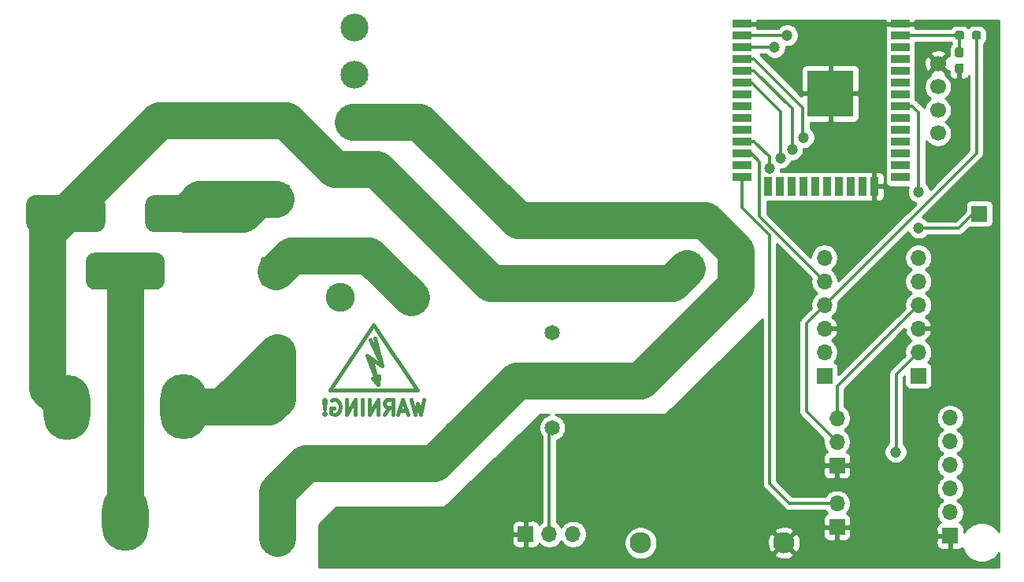
<source format=gbl>
G04 #@! TF.GenerationSoftware,KiCad,Pcbnew,(5.1.12)-1*
G04 #@! TF.CreationDate,2022-05-31T10:14:08-04:00*
G04 #@! TF.ProjectId,OMC_WIFI_PCB,4f4d435f-5749-4464-995f-5043422e6b69,rev?*
G04 #@! TF.SameCoordinates,Original*
G04 #@! TF.FileFunction,Copper,L2,Bot*
G04 #@! TF.FilePolarity,Positive*
%FSLAX46Y46*%
G04 Gerber Fmt 4.6, Leading zero omitted, Abs format (unit mm)*
G04 Created by KiCad (PCBNEW (5.1.12)-1) date 2022-05-31 10:14:08*
%MOMM*%
%LPD*%
G01*
G04 APERTURE LIST*
G04 #@! TA.AperFunction,NonConductor*
%ADD10C,0.400000*%
G04 #@! TD*
G04 #@! TA.AperFunction,EtchedComponent*
%ADD11C,0.381000*%
G04 #@! TD*
G04 #@! TA.AperFunction,ComponentPad*
%ADD12O,5.000000X7.000000*%
G04 #@! TD*
G04 #@! TA.AperFunction,ComponentPad*
%ADD13O,1.700000X1.700000*%
G04 #@! TD*
G04 #@! TA.AperFunction,ComponentPad*
%ADD14R,1.700000X1.700000*%
G04 #@! TD*
G04 #@! TA.AperFunction,ComponentPad*
%ADD15C,1.700000*%
G04 #@! TD*
G04 #@! TA.AperFunction,ComponentPad*
%ADD16O,3.000000X3.000000*%
G04 #@! TD*
G04 #@! TA.AperFunction,ComponentPad*
%ADD17R,3.000000X3.000000*%
G04 #@! TD*
G04 #@! TA.AperFunction,ComponentPad*
%ADD18C,3.116000*%
G04 #@! TD*
G04 #@! TA.AperFunction,ComponentPad*
%ADD19C,1.650000*%
G04 #@! TD*
G04 #@! TA.AperFunction,ComponentPad*
%ADD20C,2.300000*%
G04 #@! TD*
G04 #@! TA.AperFunction,ComponentPad*
%ADD21C,3.000000*%
G04 #@! TD*
G04 #@! TA.AperFunction,ComponentPad*
%ADD22C,2.350000*%
G04 #@! TD*
G04 #@! TA.AperFunction,SMDPad,CuDef*
%ADD23R,2.000000X0.900000*%
G04 #@! TD*
G04 #@! TA.AperFunction,SMDPad,CuDef*
%ADD24R,0.900000X2.000000*%
G04 #@! TD*
G04 #@! TA.AperFunction,SMDPad,CuDef*
%ADD25R,5.000000X5.000000*%
G04 #@! TD*
G04 #@! TA.AperFunction,ViaPad*
%ADD26C,1.200000*%
G04 #@! TD*
G04 #@! TA.AperFunction,Conductor*
%ADD27C,0.300000*%
G04 #@! TD*
G04 #@! TA.AperFunction,Conductor*
%ADD28C,4.000000*%
G04 #@! TD*
G04 #@! TA.AperFunction,Conductor*
%ADD29C,0.254000*%
G04 #@! TD*
G04 #@! TA.AperFunction,Conductor*
%ADD30C,0.100000*%
G04 #@! TD*
G04 APERTURE END LIST*
D10*
X620309523Y933376190D02*
X619928571Y931776190D01*
X619623809Y932919047D01*
X619319047Y931776190D01*
X618938095Y933376190D01*
X618404761Y932233333D02*
X617642857Y932233333D01*
X618557142Y931776190D02*
X618023809Y933376190D01*
X617490476Y931776190D01*
X616042857Y931776190D02*
X616576190Y932538095D01*
X616957142Y931776190D02*
X616957142Y933376190D01*
X616347619Y933376190D01*
X616195238Y933300000D01*
X616119047Y933223809D01*
X616042857Y933071428D01*
X616042857Y932842857D01*
X616119047Y932690476D01*
X616195238Y932614285D01*
X616347619Y932538095D01*
X616957142Y932538095D01*
X615357142Y931776190D02*
X615357142Y933376190D01*
X614442857Y931776190D01*
X614442857Y933376190D01*
X613680952Y931776190D02*
X613680952Y933376190D01*
X612919047Y931776190D02*
X612919047Y933376190D01*
X612004761Y931776190D01*
X612004761Y933376190D01*
X610404761Y933300000D02*
X610557142Y933376190D01*
X610785714Y933376190D01*
X611014285Y933300000D01*
X611166666Y933147619D01*
X611242857Y932995238D01*
X611319047Y932690476D01*
X611319047Y932461904D01*
X611242857Y932157142D01*
X611166666Y932004761D01*
X611014285Y931852380D01*
X610785714Y931776190D01*
X610633333Y931776190D01*
X610404761Y931852380D01*
X610328571Y931928571D01*
X610328571Y932461904D01*
X610633333Y932461904D01*
X609642857Y931928571D02*
X609566666Y931852380D01*
X609642857Y931776190D01*
X609719047Y931852380D01*
X609642857Y931928571D01*
X609642857Y931776190D01*
X609642857Y932385714D02*
X609719047Y933300000D01*
X609642857Y933376190D01*
X609566666Y933300000D01*
X609642857Y932385714D01*
X609642857Y933376190D01*
D11*
X615397840Y935000360D02*
X614198960Y938099160D01*
X614198960Y938099160D02*
X614798400Y937700380D01*
X615799160Y936999340D02*
X614498680Y939800960D01*
X615397840Y935000360D02*
X614798400Y935698860D01*
X614999060Y939999080D02*
X615799160Y936999340D01*
X615799160Y936999340D02*
X614600280Y937799440D01*
X614600280Y937799440D02*
X615397840Y935000360D01*
X615397840Y935000360D02*
X615499440Y935899520D01*
X614900000Y941391000D02*
X610201000Y934406000D01*
X610201000Y934406000D02*
X619599000Y934406000D01*
X619599000Y934406000D02*
X614900000Y941391000D01*
G04 #@! TA.AperFunction,ComponentPad*
G36*
G01*
X602800000Y953699999D02*
X602800000Y956300001D01*
G75*
G02*
X603049999Y956550000I249999J0D01*
G01*
X605650001Y956550000D01*
G75*
G02*
X605900000Y956300001I0J-249999D01*
G01*
X605900000Y953699999D01*
G75*
G02*
X605650001Y953450000I-249999J0D01*
G01*
X603049999Y953450000D01*
G75*
G02*
X602800000Y953699999I0J249999D01*
G01*
G37*
G04 #@! TD.AperFunction*
G04 #@! TA.AperFunction,ComponentPad*
G36*
G01*
X602800000Y945899999D02*
X602800000Y948500001D01*
G75*
G02*
X603049999Y948750000I249999J0D01*
G01*
X605650001Y948750000D01*
G75*
G02*
X605900000Y948500001I0J-249999D01*
G01*
X605900000Y945899999D01*
G75*
G02*
X605650001Y945650000I-249999J0D01*
G01*
X603049999Y945650000D01*
G75*
G02*
X602800000Y945899999I0J249999D01*
G01*
G37*
G04 #@! TD.AperFunction*
G04 #@! TA.AperFunction,ComponentPad*
G36*
G01*
X577550000Y952400000D02*
X577550000Y954400000D01*
G75*
G02*
X578550000Y955400000I1000000J0D01*
G01*
X585050000Y955400000D01*
G75*
G02*
X586050000Y954400000I0J-1000000D01*
G01*
X586050000Y952400000D01*
G75*
G02*
X585050000Y951400000I-1000000J0D01*
G01*
X578550000Y951400000D01*
G75*
G02*
X577550000Y952400000I0J1000000D01*
G01*
G37*
G04 #@! TD.AperFunction*
G04 #@! TA.AperFunction,ComponentPad*
G36*
G01*
X590350000Y952400000D02*
X590350000Y954400000D01*
G75*
G02*
X591350000Y955400000I1000000J0D01*
G01*
X597850000Y955400000D01*
G75*
G02*
X598850000Y954400000I0J-1000000D01*
G01*
X598850000Y952400000D01*
G75*
G02*
X597850000Y951400000I-1000000J0D01*
G01*
X591350000Y951400000D01*
G75*
G02*
X590350000Y952400000I0J1000000D01*
G01*
G37*
G04 #@! TD.AperFunction*
G04 #@! TA.AperFunction,ComponentPad*
G36*
G01*
X583950000Y946200000D02*
X583950000Y948200000D01*
G75*
G02*
X584950000Y949200000I1000000J0D01*
G01*
X591450000Y949200000D01*
G75*
G02*
X592450000Y948200000I0J-1000000D01*
G01*
X592450000Y946200000D01*
G75*
G02*
X591450000Y945200000I-1000000J0D01*
G01*
X584950000Y945200000D01*
G75*
G02*
X583950000Y946200000I0J1000000D01*
G01*
G37*
G04 #@! TD.AperFunction*
D12*
X594500000Y932600000D03*
X581900000Y932500000D03*
X588200000Y920600000D03*
D13*
X663350000Y948650000D03*
X663350000Y946110000D03*
X663350000Y943570000D03*
X663350000Y941030000D03*
X663350000Y938490000D03*
D14*
X663350000Y935950000D03*
D13*
X673450000Y946110000D03*
X673450000Y943570000D03*
X673450000Y941030000D03*
X673450000Y948650000D03*
X673450000Y938490000D03*
D14*
X673450000Y935950000D03*
X680000000Y953400000D03*
D13*
X636330000Y918900000D03*
X633790000Y918900000D03*
D14*
X631250000Y918900000D03*
D15*
X675550000Y962050000D03*
X675550000Y964550000D03*
X675550000Y967050000D03*
X675550000Y969550000D03*
D16*
X612800000Y973400000D03*
X612800000Y968320000D03*
X612800000Y963280000D03*
D17*
X612800000Y958160000D03*
D18*
X611300000Y944350000D03*
X621400000Y926550000D03*
X618900000Y944350000D03*
D19*
X634100000Y940550000D03*
X634100000Y930350000D03*
D18*
X636600000Y935450000D03*
G04 #@! TA.AperFunction,SMDPad,CuDef*
G36*
G01*
X678362500Y972837500D02*
X678362500Y972362500D01*
G75*
G02*
X678125000Y972125000I-237500J0D01*
G01*
X677625000Y972125000D01*
G75*
G02*
X677387500Y972362500I0J237500D01*
G01*
X677387500Y972837500D01*
G75*
G02*
X677625000Y973075000I237500J0D01*
G01*
X678125000Y973075000D01*
G75*
G02*
X678362500Y972837500I0J-237500D01*
G01*
G37*
G04 #@! TD.AperFunction*
G04 #@! TA.AperFunction,SMDPad,CuDef*
G36*
G01*
X680187500Y972837500D02*
X680187500Y972362500D01*
G75*
G02*
X679950000Y972125000I-237500J0D01*
G01*
X679450000Y972125000D01*
G75*
G02*
X679212500Y972362500I0J237500D01*
G01*
X679212500Y972837500D01*
G75*
G02*
X679450000Y973075000I237500J0D01*
G01*
X679950000Y973075000D01*
G75*
G02*
X680187500Y972837500I0J-237500D01*
G01*
G37*
G04 #@! TD.AperFunction*
D13*
X664700000Y922200000D03*
D14*
X664700000Y919660000D03*
G04 #@! TA.AperFunction,SMDPad,CuDef*
G36*
G01*
X677612500Y969575000D02*
X678087500Y969575000D01*
G75*
G02*
X678325000Y969337500I0J-237500D01*
G01*
X678325000Y968737500D01*
G75*
G02*
X678087500Y968500000I-237500J0D01*
G01*
X677612500Y968500000D01*
G75*
G02*
X677375000Y968737500I0J237500D01*
G01*
X677375000Y969337500D01*
G75*
G02*
X677612500Y969575000I237500J0D01*
G01*
G37*
G04 #@! TD.AperFunction*
G04 #@! TA.AperFunction,SMDPad,CuDef*
G36*
G01*
X677612500Y971300000D02*
X678087500Y971300000D01*
G75*
G02*
X678325000Y971062500I0J-237500D01*
G01*
X678325000Y970462500D01*
G75*
G02*
X678087500Y970225000I-237500J0D01*
G01*
X677612500Y970225000D01*
G75*
G02*
X677375000Y970462500I0J237500D01*
G01*
X677375000Y971062500D01*
G75*
G02*
X677612500Y971300000I237500J0D01*
G01*
G37*
G04 #@! TD.AperFunction*
D20*
X659000000Y917950000D03*
D17*
X653800000Y947350000D03*
D21*
X648800000Y947350000D03*
D20*
X643600000Y917950000D03*
D13*
X664700000Y931380000D03*
X664700000Y928840000D03*
D14*
X664700000Y926300000D03*
D22*
X604500000Y918450000D03*
X604500000Y923450000D03*
X604500000Y938450000D03*
X604500000Y933450000D03*
D13*
X676850000Y931400000D03*
X676850000Y928860000D03*
X676850000Y926320000D03*
X676850000Y923780000D03*
X676850000Y921240000D03*
D14*
X676850000Y918700000D03*
D23*
X654500000Y973850000D03*
X654500000Y972580000D03*
X654500000Y971310000D03*
X654500000Y970040000D03*
X654500000Y968770000D03*
X654500000Y967500000D03*
X654500000Y966230000D03*
X654500000Y964960000D03*
X654500000Y963690000D03*
X654500000Y962420000D03*
X654500000Y961150000D03*
X654500000Y959880000D03*
X654500000Y958610000D03*
X654500000Y957340000D03*
D24*
X657285000Y956340000D03*
X658555000Y956340000D03*
X659825000Y956340000D03*
X661095000Y956340000D03*
X662365000Y956340000D03*
X663635000Y956340000D03*
X664905000Y956340000D03*
X666175000Y956340000D03*
X667445000Y956340000D03*
X668715000Y956340000D03*
D23*
X671500000Y957340000D03*
X671500000Y958610000D03*
X671500000Y959880000D03*
X671500000Y961150000D03*
X671500000Y962420000D03*
X671500000Y963690000D03*
X671500000Y964960000D03*
X671500000Y966230000D03*
X671500000Y967500000D03*
X671500000Y968770000D03*
X671500000Y970040000D03*
X671500000Y971310000D03*
X671500000Y972580000D03*
X671500000Y973850000D03*
D25*
X664000000Y966350000D03*
D26*
X661100000Y961600000D03*
X659900000Y960300000D03*
X671000000Y927750000D03*
X658600000Y959400000D03*
X657434999Y958240002D03*
X659350000Y972600000D03*
X658000000Y971300000D03*
X673500000Y955700000D03*
X673500000Y951850000D03*
D27*
X633790000Y930040000D02*
X634100000Y930350000D01*
X633790000Y918900000D02*
X633790000Y930040000D01*
X664700000Y934820000D02*
X673450000Y943570000D01*
X664700000Y931380000D02*
X664700000Y934820000D01*
X661049999Y961650001D02*
X661100000Y961600000D01*
X661049999Y964790001D02*
X661049999Y961650001D01*
X655800000Y970040000D02*
X661049999Y964790001D01*
X654500000Y970040000D02*
X655800000Y970040000D01*
X654500000Y968770000D02*
X655800000Y968770000D01*
X659900000Y964670000D02*
X659900000Y960300000D01*
X655800000Y968770000D02*
X659900000Y964670000D01*
D28*
X646928920Y945900000D02*
X648578920Y947550000D01*
X627500000Y945900000D02*
X646928920Y945900000D01*
X579800000Y934600000D02*
X581900000Y932500000D01*
X579800000Y951400000D02*
X579800000Y934600000D01*
X581800000Y953400000D02*
X579800000Y951400000D01*
X591800008Y963400008D02*
X605508912Y963400008D01*
X581800000Y953400000D02*
X591800008Y963400008D01*
X615240000Y958160000D02*
X627500000Y945900000D01*
X612800000Y958160000D02*
X615240000Y958160000D01*
X610748920Y958160000D02*
X609104460Y959804460D01*
X612800000Y958160000D02*
X610748920Y958160000D01*
X609104460Y959804460D02*
X610628928Y958279992D01*
X605508912Y963400008D02*
X609104460Y959804460D01*
D27*
X673450000Y938490000D02*
X671060000Y936100000D01*
X671060000Y927810000D02*
X671000000Y927750000D01*
X671060000Y936100000D02*
X671060000Y927810000D01*
X679700000Y959920000D02*
X679700000Y961350000D01*
X663350000Y943570000D02*
X679700000Y959920000D01*
X679700000Y961350000D02*
X679700000Y960820000D01*
X679700000Y972600000D02*
X679700000Y961350000D01*
X661400000Y941620000D02*
X663350000Y943570000D01*
X661399999Y932140001D02*
X661400000Y941620000D01*
X664700000Y928840000D02*
X661399999Y932140001D01*
X655490002Y967500000D02*
X654500000Y967500000D01*
X658600000Y964390002D02*
X655490002Y967500000D01*
X658600000Y959400000D02*
X658600000Y964390002D01*
X655490002Y959880000D02*
X656384999Y958985003D01*
X654500000Y959880000D02*
X655490002Y959880000D01*
X656384999Y953075001D02*
X656384999Y953915001D01*
X663350000Y946110000D02*
X656384999Y953075001D01*
X656384999Y953915001D02*
X656384999Y953290999D01*
X656384999Y958985003D02*
X656384999Y953915001D01*
X657434999Y959515001D02*
X657434999Y958240002D01*
X655800000Y961150000D02*
X657434999Y959515001D01*
X654500000Y961150000D02*
X655800000Y961150000D01*
D28*
X604500000Y933450000D02*
X604500000Y938450000D01*
X598650000Y932600000D02*
X604500000Y938450000D01*
X594500000Y932600000D02*
X598650000Y932600000D01*
X603650000Y932600000D02*
X604500000Y933450000D01*
X594500000Y932600000D02*
X603650000Y932600000D01*
X612680000Y963300000D02*
X612700000Y963280000D01*
X619820000Y963280000D02*
X630449992Y952650008D01*
X612700000Y963280000D02*
X619820000Y963280000D01*
X630449992Y952650008D02*
X650549992Y952650008D01*
X653800000Y949400000D02*
X653800000Y947350000D01*
X650549992Y952650008D02*
X653800000Y949400000D01*
X653800000Y947350000D02*
X653800000Y945700000D01*
X643550000Y935450000D02*
X636600000Y935450000D01*
X653800000Y945700000D02*
X643550000Y935450000D01*
X630300000Y935450000D02*
X636600000Y935450000D01*
X624050000Y929200000D02*
X624875000Y930025000D01*
X624875000Y930025000D02*
X630300000Y935450000D01*
X621400000Y926550000D02*
X624875000Y930025000D01*
X624250000Y929400000D02*
X624875000Y930025000D01*
X607600000Y926550000D02*
X604500000Y923450000D01*
X621400000Y926550000D02*
X607600000Y926550000D01*
X604500000Y918450000D02*
X604500000Y923450000D01*
X618900000Y944350000D02*
X614341999Y948908001D01*
X606058001Y948908001D02*
X604350000Y947200000D01*
X614341999Y948908001D02*
X606058001Y948908001D01*
D27*
X659330000Y972580000D02*
X659350000Y972600000D01*
X654500000Y972580000D02*
X659330000Y972580000D01*
X657990000Y971310000D02*
X658000000Y971300000D01*
X654500000Y971310000D02*
X657990000Y971310000D01*
X671520000Y972600000D02*
X671500000Y972580000D01*
X677875000Y972600000D02*
X676850000Y972600000D01*
X676850000Y972600000D02*
X671520000Y972600000D01*
X677125000Y972600000D02*
X676850000Y972600000D01*
X677875000Y970787500D02*
X677850000Y970762500D01*
X677875000Y972600000D02*
X677875000Y970787500D01*
X657450010Y951086402D02*
X657450010Y924350010D01*
X654500000Y954036412D02*
X657450010Y951086402D01*
X654500000Y957340000D02*
X654500000Y954036412D01*
X657450010Y924350010D02*
X659600020Y922200000D01*
X659600020Y922200000D02*
X664700000Y922200000D01*
X672800000Y964960000D02*
X673500001Y964259999D01*
X671500000Y964960000D02*
X672800000Y964960000D01*
X677800000Y951850000D02*
X678475000Y952525000D01*
X673500000Y951850000D02*
X677800000Y951850000D01*
X678475000Y952525000D02*
X679250000Y953300000D01*
X677900000Y951950000D02*
X678475000Y952525000D01*
X673500001Y956548529D02*
X673500001Y964259999D01*
X673500000Y955700000D02*
X673500001Y956548529D01*
D28*
X588200000Y920600000D02*
X588200000Y947200000D01*
X596200000Y955000000D02*
X594600000Y953400000D01*
X600850000Y953400000D02*
X602450000Y955000000D01*
X594600000Y953400000D02*
X600850000Y953400000D01*
X602450000Y955000000D02*
X596200000Y955000000D01*
X604350000Y955000000D02*
X602450000Y955000000D01*
D29*
X669865000Y974135750D02*
X670023750Y973977000D01*
X671373000Y973977000D01*
X671373000Y973997000D01*
X671627000Y973997000D01*
X671627000Y973977000D01*
X672976250Y973977000D01*
X673135000Y974135750D01*
X673135697Y974173000D01*
X682090001Y974173000D01*
X682090000Y919151247D01*
X681935163Y919382977D01*
X681632977Y919685163D01*
X681277645Y919922588D01*
X680882821Y920086130D01*
X680463677Y920169503D01*
X680036323Y920169503D01*
X679617179Y920086130D01*
X679222355Y919922588D01*
X678867023Y919685163D01*
X678564837Y919382977D01*
X678335292Y919039439D01*
X678338072Y919550000D01*
X678325812Y919674482D01*
X678289502Y919794180D01*
X678230537Y919904494D01*
X678151185Y920001185D01*
X678054494Y920080537D01*
X677944180Y920139502D01*
X677871620Y920161513D01*
X678003475Y920293368D01*
X678165990Y920536589D01*
X678277932Y920806842D01*
X678335000Y921093740D01*
X678335000Y921386260D01*
X678277932Y921673158D01*
X678165990Y921943411D01*
X678003475Y922186632D01*
X677796632Y922393475D01*
X677622240Y922510000D01*
X677796632Y922626525D01*
X678003475Y922833368D01*
X678165990Y923076589D01*
X678277932Y923346842D01*
X678335000Y923633740D01*
X678335000Y923926260D01*
X678277932Y924213158D01*
X678165990Y924483411D01*
X678003475Y924726632D01*
X677796632Y924933475D01*
X677622240Y925050000D01*
X677796632Y925166525D01*
X678003475Y925373368D01*
X678165990Y925616589D01*
X678277932Y925886842D01*
X678335000Y926173740D01*
X678335000Y926466260D01*
X678277932Y926753158D01*
X678165990Y927023411D01*
X678003475Y927266632D01*
X677796632Y927473475D01*
X677622240Y927590000D01*
X677796632Y927706525D01*
X678003475Y927913368D01*
X678165990Y928156589D01*
X678277932Y928426842D01*
X678335000Y928713740D01*
X678335000Y929006260D01*
X678277932Y929293158D01*
X678165990Y929563411D01*
X678003475Y929806632D01*
X677796632Y930013475D01*
X677622240Y930130000D01*
X677796632Y930246525D01*
X678003475Y930453368D01*
X678165990Y930696589D01*
X678277932Y930966842D01*
X678335000Y931253740D01*
X678335000Y931546260D01*
X678277932Y931833158D01*
X678165990Y932103411D01*
X678003475Y932346632D01*
X677796632Y932553475D01*
X677553411Y932715990D01*
X677283158Y932827932D01*
X676996260Y932885000D01*
X676703740Y932885000D01*
X676416842Y932827932D01*
X676146589Y932715990D01*
X675903368Y932553475D01*
X675696525Y932346632D01*
X675534010Y932103411D01*
X675422068Y931833158D01*
X675365000Y931546260D01*
X675365000Y931253740D01*
X675422068Y930966842D01*
X675534010Y930696589D01*
X675696525Y930453368D01*
X675903368Y930246525D01*
X676077760Y930130000D01*
X675903368Y930013475D01*
X675696525Y929806632D01*
X675534010Y929563411D01*
X675422068Y929293158D01*
X675365000Y929006260D01*
X675365000Y928713740D01*
X675422068Y928426842D01*
X675534010Y928156589D01*
X675696525Y927913368D01*
X675903368Y927706525D01*
X676077760Y927590000D01*
X675903368Y927473475D01*
X675696525Y927266632D01*
X675534010Y927023411D01*
X675422068Y926753158D01*
X675365000Y926466260D01*
X675365000Y926173740D01*
X675422068Y925886842D01*
X675534010Y925616589D01*
X675696525Y925373368D01*
X675903368Y925166525D01*
X676077760Y925050000D01*
X675903368Y924933475D01*
X675696525Y924726632D01*
X675534010Y924483411D01*
X675422068Y924213158D01*
X675365000Y923926260D01*
X675365000Y923633740D01*
X675422068Y923346842D01*
X675534010Y923076589D01*
X675696525Y922833368D01*
X675903368Y922626525D01*
X676077760Y922510000D01*
X675903368Y922393475D01*
X675696525Y922186632D01*
X675534010Y921943411D01*
X675422068Y921673158D01*
X675365000Y921386260D01*
X675365000Y921093740D01*
X675422068Y920806842D01*
X675534010Y920536589D01*
X675696525Y920293368D01*
X675828380Y920161513D01*
X675755820Y920139502D01*
X675645506Y920080537D01*
X675548815Y920001185D01*
X675469463Y919904494D01*
X675410498Y919794180D01*
X675374188Y919674482D01*
X675361928Y919550000D01*
X675365000Y918985750D01*
X675523750Y918827000D01*
X676723000Y918827000D01*
X676723000Y918847000D01*
X676977000Y918847000D01*
X676977000Y918827000D01*
X676997000Y918827000D01*
X676997000Y918573000D01*
X676977000Y918573000D01*
X676977000Y917373750D01*
X677135750Y917215000D01*
X677700000Y917211928D01*
X677824482Y917224188D01*
X677944180Y917260498D01*
X678054494Y917319463D01*
X678151185Y917398815D01*
X678156330Y917405084D01*
X678163870Y917367179D01*
X678327412Y916972355D01*
X678564837Y916617023D01*
X678867023Y916314837D01*
X679222355Y916077412D01*
X679617179Y915913870D01*
X680036323Y915830497D01*
X680463677Y915830497D01*
X680882821Y915913870D01*
X681277645Y916077412D01*
X681632977Y916314837D01*
X681935163Y916617023D01*
X682090000Y916848753D01*
X682090000Y915360000D01*
X609027000Y915360000D01*
X609027000Y918050000D01*
X629761928Y918050000D01*
X629774188Y917925518D01*
X629810498Y917805820D01*
X629869463Y917695506D01*
X629948815Y917598815D01*
X630045506Y917519463D01*
X630155820Y917460498D01*
X630275518Y917424188D01*
X630400000Y917411928D01*
X630964250Y917415000D01*
X631123000Y917573750D01*
X631123000Y918773000D01*
X629923750Y918773000D01*
X629765000Y918614250D01*
X629761928Y918050000D01*
X609027000Y918050000D01*
X609027000Y919750000D01*
X629761928Y919750000D01*
X629765000Y919185750D01*
X629923750Y919027000D01*
X631123000Y919027000D01*
X631123000Y920226250D01*
X630964250Y920385000D01*
X630400000Y920388072D01*
X630275518Y920375812D01*
X630155820Y920339502D01*
X630045506Y920280537D01*
X629948815Y920201185D01*
X629869463Y920104494D01*
X629810498Y919994180D01*
X629774188Y919874482D01*
X629761928Y919750000D01*
X609027000Y919750000D01*
X609027000Y919947394D01*
X610852606Y921773000D01*
X622400000Y921773000D01*
X622422330Y921774978D01*
X622446291Y921781737D01*
X622468474Y921793040D01*
X622488025Y921808454D01*
X632851153Y931773000D01*
X633770191Y931773000D01*
X633674134Y931753893D01*
X633408431Y931643835D01*
X633169304Y931484056D01*
X632965944Y931280696D01*
X632806165Y931041569D01*
X632696107Y930775866D01*
X632640000Y930493797D01*
X632640000Y930206203D01*
X632696107Y929924134D01*
X632806165Y929658431D01*
X632965944Y929419304D01*
X633005001Y929380247D01*
X633005000Y920161474D01*
X632843368Y920053475D01*
X632711513Y919921620D01*
X632689502Y919994180D01*
X632630537Y920104494D01*
X632551185Y920201185D01*
X632454494Y920280537D01*
X632344180Y920339502D01*
X632224482Y920375812D01*
X632100000Y920388072D01*
X631535750Y920385000D01*
X631377000Y920226250D01*
X631377000Y919027000D01*
X631397000Y919027000D01*
X631397000Y918773000D01*
X631377000Y918773000D01*
X631377000Y917573750D01*
X631535750Y917415000D01*
X632100000Y917411928D01*
X632224482Y917424188D01*
X632344180Y917460498D01*
X632454494Y917519463D01*
X632551185Y917598815D01*
X632630537Y917695506D01*
X632689502Y917805820D01*
X632711513Y917878380D01*
X632843368Y917746525D01*
X633086589Y917584010D01*
X633356842Y917472068D01*
X633643740Y917415000D01*
X633936260Y917415000D01*
X634223158Y917472068D01*
X634493411Y917584010D01*
X634736632Y917746525D01*
X634943475Y917953368D01*
X635060000Y918127760D01*
X635176525Y917953368D01*
X635383368Y917746525D01*
X635626589Y917584010D01*
X635896842Y917472068D01*
X636183740Y917415000D01*
X636476260Y917415000D01*
X636763158Y917472068D01*
X637033411Y917584010D01*
X637276632Y917746525D01*
X637483475Y917953368D01*
X637598695Y918125807D01*
X641815000Y918125807D01*
X641815000Y917774193D01*
X641883596Y917429335D01*
X642018153Y917104485D01*
X642213500Y916812129D01*
X642462129Y916563500D01*
X642754485Y916368153D01*
X643079335Y916233596D01*
X643424193Y916165000D01*
X643775807Y916165000D01*
X644120665Y916233596D01*
X644445515Y916368153D01*
X644737871Y916563500D01*
X644882022Y916707651D01*
X657937256Y916707651D01*
X658051118Y916427910D01*
X658366296Y916272039D01*
X658705826Y916180651D01*
X659056661Y916157259D01*
X659405319Y916202760D01*
X659738400Y916315406D01*
X659948882Y916427910D01*
X660062744Y916707651D01*
X659000000Y917770395D01*
X657937256Y916707651D01*
X644882022Y916707651D01*
X644986500Y916812129D01*
X645181847Y917104485D01*
X645316404Y917429335D01*
X645385000Y917774193D01*
X645385000Y917893339D01*
X657207259Y917893339D01*
X657252760Y917544681D01*
X657365406Y917211600D01*
X657477910Y917001118D01*
X657757651Y916887256D01*
X658820395Y917950000D01*
X659179605Y917950000D01*
X660242349Y916887256D01*
X660522090Y917001118D01*
X660677961Y917316296D01*
X660769349Y917655826D01*
X660782295Y917850000D01*
X675361928Y917850000D01*
X675374188Y917725518D01*
X675410498Y917605820D01*
X675469463Y917495506D01*
X675548815Y917398815D01*
X675645506Y917319463D01*
X675755820Y917260498D01*
X675875518Y917224188D01*
X676000000Y917211928D01*
X676564250Y917215000D01*
X676723000Y917373750D01*
X676723000Y918573000D01*
X675523750Y918573000D01*
X675365000Y918414250D01*
X675361928Y917850000D01*
X660782295Y917850000D01*
X660792741Y918006661D01*
X660747240Y918355319D01*
X660634594Y918688400D01*
X660569599Y918810000D01*
X663211928Y918810000D01*
X663224188Y918685518D01*
X663260498Y918565820D01*
X663319463Y918455506D01*
X663398815Y918358815D01*
X663495506Y918279463D01*
X663605820Y918220498D01*
X663725518Y918184188D01*
X663850000Y918171928D01*
X664414250Y918175000D01*
X664573000Y918333750D01*
X664573000Y919533000D01*
X664827000Y919533000D01*
X664827000Y918333750D01*
X664985750Y918175000D01*
X665550000Y918171928D01*
X665674482Y918184188D01*
X665794180Y918220498D01*
X665904494Y918279463D01*
X666001185Y918358815D01*
X666080537Y918455506D01*
X666139502Y918565820D01*
X666175812Y918685518D01*
X666188072Y918810000D01*
X666185000Y919374250D01*
X666026250Y919533000D01*
X664827000Y919533000D01*
X664573000Y919533000D01*
X663373750Y919533000D01*
X663215000Y919374250D01*
X663211928Y918810000D01*
X660569599Y918810000D01*
X660522090Y918898882D01*
X660242349Y919012744D01*
X659179605Y917950000D01*
X658820395Y917950000D01*
X657757651Y919012744D01*
X657477910Y918898882D01*
X657322039Y918583704D01*
X657230651Y918244174D01*
X657207259Y917893339D01*
X645385000Y917893339D01*
X645385000Y918125807D01*
X645316404Y918470665D01*
X645181847Y918795515D01*
X644986500Y919087871D01*
X644882022Y919192349D01*
X657937256Y919192349D01*
X659000000Y918129605D01*
X660062744Y919192349D01*
X659948882Y919472090D01*
X659633704Y919627961D01*
X659294174Y919719349D01*
X658943339Y919742741D01*
X658594681Y919697240D01*
X658261600Y919584594D01*
X658051118Y919472090D01*
X657937256Y919192349D01*
X644882022Y919192349D01*
X644737871Y919336500D01*
X644445515Y919531847D01*
X644120665Y919666404D01*
X643775807Y919735000D01*
X643424193Y919735000D01*
X643079335Y919666404D01*
X642754485Y919531847D01*
X642462129Y919336500D01*
X642213500Y919087871D01*
X642018153Y918795515D01*
X641883596Y918470665D01*
X641815000Y918125807D01*
X637598695Y918125807D01*
X637645990Y918196589D01*
X637757932Y918466842D01*
X637815000Y918753740D01*
X637815000Y919046260D01*
X637757932Y919333158D01*
X637645990Y919603411D01*
X637483475Y919846632D01*
X637276632Y920053475D01*
X637033411Y920215990D01*
X636763158Y920327932D01*
X636476260Y920385000D01*
X636183740Y920385000D01*
X635896842Y920327932D01*
X635626589Y920215990D01*
X635383368Y920053475D01*
X635176525Y919846632D01*
X635060000Y919672240D01*
X634943475Y919846632D01*
X634736632Y920053475D01*
X634575000Y920161474D01*
X634575000Y928966459D01*
X634791569Y929056165D01*
X635030696Y929215944D01*
X635234056Y929419304D01*
X635393835Y929658431D01*
X635503893Y929924134D01*
X635560000Y930206203D01*
X635560000Y930493797D01*
X635503893Y930775866D01*
X635393835Y931041569D01*
X635234056Y931280696D01*
X635030696Y931484056D01*
X634791569Y931643835D01*
X634525866Y931753893D01*
X634429809Y931773000D01*
X646200000Y931773000D01*
X646223611Y931775214D01*
X646247502Y931782218D01*
X646269567Y931793749D01*
X646288959Y931809362D01*
X656665010Y941993264D01*
X656665011Y924388573D01*
X656661213Y924350010D01*
X656676369Y924196124D01*
X656721256Y924048151D01*
X656721257Y924048150D01*
X656794149Y923911777D01*
X656834700Y923862366D01*
X656867665Y923822198D01*
X656867669Y923822194D01*
X656892247Y923792246D01*
X656922195Y923767668D01*
X659017678Y921672184D01*
X659042256Y921642236D01*
X659072204Y921617658D01*
X659072207Y921617655D01*
X659101579Y921593550D01*
X659161787Y921544138D01*
X659298160Y921471246D01*
X659411692Y921436806D01*
X659446132Y921426359D01*
X659460510Y921424943D01*
X659561459Y921415000D01*
X659561466Y921415000D01*
X659600019Y921411203D01*
X659638572Y921415000D01*
X663438526Y921415000D01*
X663546525Y921253368D01*
X663678380Y921121513D01*
X663605820Y921099502D01*
X663495506Y921040537D01*
X663398815Y920961185D01*
X663319463Y920864494D01*
X663260498Y920754180D01*
X663224188Y920634482D01*
X663211928Y920510000D01*
X663215000Y919945750D01*
X663373750Y919787000D01*
X664573000Y919787000D01*
X664573000Y919807000D01*
X664827000Y919807000D01*
X664827000Y919787000D01*
X666026250Y919787000D01*
X666185000Y919945750D01*
X666188072Y920510000D01*
X666175812Y920634482D01*
X666139502Y920754180D01*
X666080537Y920864494D01*
X666001185Y920961185D01*
X665904494Y921040537D01*
X665794180Y921099502D01*
X665721620Y921121513D01*
X665853475Y921253368D01*
X666015990Y921496589D01*
X666127932Y921766842D01*
X666185000Y922053740D01*
X666185000Y922346260D01*
X666127932Y922633158D01*
X666015990Y922903411D01*
X665853475Y923146632D01*
X665646632Y923353475D01*
X665403411Y923515990D01*
X665133158Y923627932D01*
X664846260Y923685000D01*
X664553740Y923685000D01*
X664266842Y923627932D01*
X663996589Y923515990D01*
X663753368Y923353475D01*
X663546525Y923146632D01*
X663438526Y922985000D01*
X659925178Y922985000D01*
X658235010Y924675167D01*
X658235010Y925450000D01*
X663211928Y925450000D01*
X663224188Y925325518D01*
X663260498Y925205820D01*
X663319463Y925095506D01*
X663398815Y924998815D01*
X663495506Y924919463D01*
X663605820Y924860498D01*
X663725518Y924824188D01*
X663850000Y924811928D01*
X664414250Y924815000D01*
X664573000Y924973750D01*
X664573000Y926173000D01*
X664827000Y926173000D01*
X664827000Y924973750D01*
X664985750Y924815000D01*
X665550000Y924811928D01*
X665674482Y924824188D01*
X665794180Y924860498D01*
X665904494Y924919463D01*
X666001185Y924998815D01*
X666080537Y925095506D01*
X666139502Y925205820D01*
X666175812Y925325518D01*
X666188072Y925450000D01*
X666185000Y926014250D01*
X666026250Y926173000D01*
X664827000Y926173000D01*
X664573000Y926173000D01*
X663373750Y926173000D01*
X663215000Y926014250D01*
X663211928Y925450000D01*
X658235010Y925450000D01*
X658235010Y950114833D01*
X661902925Y946446918D01*
X661865000Y946256260D01*
X661865000Y945963740D01*
X661922068Y945676842D01*
X662034010Y945406589D01*
X662196525Y945163368D01*
X662403368Y944956525D01*
X662577760Y944840000D01*
X662403368Y944723475D01*
X662196525Y944516632D01*
X662034010Y944273411D01*
X661922068Y944003158D01*
X661865000Y943716260D01*
X661865000Y943423740D01*
X661902925Y943233082D01*
X660872185Y942202342D01*
X660842237Y942177764D01*
X660817659Y942147816D01*
X660817655Y942147812D01*
X660801543Y942128179D01*
X660744139Y942058233D01*
X660729192Y942030269D01*
X660671246Y941921859D01*
X660626359Y941773886D01*
X660611203Y941620000D01*
X660615001Y941581437D01*
X660614999Y932178554D01*
X660611202Y932140001D01*
X660614999Y932101448D01*
X660614999Y932101441D01*
X660626358Y931986115D01*
X660671245Y931838142D01*
X660744137Y931701769D01*
X660842235Y931582238D01*
X660872183Y931557660D01*
X663252924Y929176918D01*
X663215000Y928986260D01*
X663215000Y928693740D01*
X663272068Y928406842D01*
X663384010Y928136589D01*
X663546525Y927893368D01*
X663678380Y927761513D01*
X663605820Y927739502D01*
X663495506Y927680537D01*
X663398815Y927601185D01*
X663319463Y927504494D01*
X663260498Y927394180D01*
X663224188Y927274482D01*
X663211928Y927150000D01*
X663215000Y926585750D01*
X663373750Y926427000D01*
X664573000Y926427000D01*
X664573000Y926447000D01*
X664827000Y926447000D01*
X664827000Y926427000D01*
X666026250Y926427000D01*
X666185000Y926585750D01*
X666188072Y927150000D01*
X666175812Y927274482D01*
X666139502Y927394180D01*
X666080537Y927504494D01*
X666001185Y927601185D01*
X665904494Y927680537D01*
X665794180Y927739502D01*
X665721620Y927761513D01*
X665853475Y927893368D01*
X666015990Y928136589D01*
X666127932Y928406842D01*
X666185000Y928693740D01*
X666185000Y928986260D01*
X666127932Y929273158D01*
X666015990Y929543411D01*
X665853475Y929786632D01*
X665646632Y929993475D01*
X665472240Y930110000D01*
X665646632Y930226525D01*
X665853475Y930433368D01*
X666015990Y930676589D01*
X666127932Y930946842D01*
X666185000Y931233740D01*
X666185000Y931526260D01*
X666127932Y931813158D01*
X666015990Y932083411D01*
X665853475Y932326632D01*
X665646632Y932533475D01*
X665485000Y932641474D01*
X665485000Y934494843D01*
X671965000Y940974843D01*
X671965000Y940902998D01*
X672129844Y940902998D01*
X672008524Y940673110D01*
X672053175Y940525901D01*
X672178359Y940263080D01*
X672352412Y940029731D01*
X672568645Y939834822D01*
X672685534Y939765195D01*
X672503368Y939643475D01*
X672296525Y939436632D01*
X672134010Y939193411D01*
X672022068Y938923158D01*
X671965000Y938636260D01*
X671965000Y938343740D01*
X672002925Y938153082D01*
X670532190Y936682347D01*
X670502236Y936657764D01*
X670404138Y936538232D01*
X670331246Y936401859D01*
X670286359Y936253886D01*
X670275000Y936138560D01*
X670275000Y936138553D01*
X670271203Y936100000D01*
X670275000Y936061447D01*
X670275001Y928750893D01*
X670212733Y928709287D01*
X670040713Y928537267D01*
X669905557Y928334992D01*
X669812460Y928110236D01*
X669765000Y927871637D01*
X669765000Y927628363D01*
X669812460Y927389764D01*
X669905557Y927165008D01*
X670040713Y926962733D01*
X670212733Y926790713D01*
X670415008Y926655557D01*
X670639764Y926562460D01*
X670878363Y926515000D01*
X671121637Y926515000D01*
X671360236Y926562460D01*
X671584992Y926655557D01*
X671787267Y926790713D01*
X671959287Y926962733D01*
X672094443Y927165008D01*
X672187540Y927389764D01*
X672235000Y927628363D01*
X672235000Y927871637D01*
X672187540Y928110236D01*
X672094443Y928334992D01*
X671959287Y928537267D01*
X671845000Y928651554D01*
X671845000Y935774843D01*
X671961928Y935891771D01*
X671961928Y935100000D01*
X671974188Y934975518D01*
X672010498Y934855820D01*
X672069463Y934745506D01*
X672148815Y934648815D01*
X672245506Y934569463D01*
X672355820Y934510498D01*
X672475518Y934474188D01*
X672600000Y934461928D01*
X674300000Y934461928D01*
X674424482Y934474188D01*
X674544180Y934510498D01*
X674654494Y934569463D01*
X674751185Y934648815D01*
X674830537Y934745506D01*
X674889502Y934855820D01*
X674925812Y934975518D01*
X674938072Y935100000D01*
X674938072Y936800000D01*
X674925812Y936924482D01*
X674889502Y937044180D01*
X674830537Y937154494D01*
X674751185Y937251185D01*
X674654494Y937330537D01*
X674544180Y937389502D01*
X674471620Y937411513D01*
X674603475Y937543368D01*
X674765990Y937786589D01*
X674877932Y938056842D01*
X674935000Y938343740D01*
X674935000Y938636260D01*
X674877932Y938923158D01*
X674765990Y939193411D01*
X674603475Y939436632D01*
X674396632Y939643475D01*
X674214466Y939765195D01*
X674331355Y939834822D01*
X674547588Y940029731D01*
X674721641Y940263080D01*
X674846825Y940525901D01*
X674891476Y940673110D01*
X674770155Y940903000D01*
X673577000Y940903000D01*
X673577000Y940883000D01*
X673323000Y940883000D01*
X673323000Y940903000D01*
X673303000Y940903000D01*
X673303000Y941157000D01*
X673323000Y941157000D01*
X673323000Y941177000D01*
X673577000Y941177000D01*
X673577000Y941157000D01*
X674770155Y941157000D01*
X674891476Y941386890D01*
X674846825Y941534099D01*
X674721641Y941796920D01*
X674547588Y942030269D01*
X674331355Y942225178D01*
X674214466Y942294805D01*
X674396632Y942416525D01*
X674603475Y942623368D01*
X674765990Y942866589D01*
X674877932Y943136842D01*
X674935000Y943423740D01*
X674935000Y943716260D01*
X674877932Y944003158D01*
X674765990Y944273411D01*
X674603475Y944516632D01*
X674396632Y944723475D01*
X674222240Y944840000D01*
X674396632Y944956525D01*
X674603475Y945163368D01*
X674765990Y945406589D01*
X674877932Y945676842D01*
X674935000Y945963740D01*
X674935000Y946256260D01*
X674877932Y946543158D01*
X674765990Y946813411D01*
X674603475Y947056632D01*
X674396632Y947263475D01*
X674222240Y947380000D01*
X674396632Y947496525D01*
X674603475Y947703368D01*
X674765990Y947946589D01*
X674877932Y948216842D01*
X674935000Y948503740D01*
X674935000Y948796260D01*
X674877932Y949083158D01*
X674765990Y949353411D01*
X674603475Y949596632D01*
X674396632Y949803475D01*
X674153411Y949965990D01*
X673883158Y950077932D01*
X673596260Y950135000D01*
X673303740Y950135000D01*
X673016842Y950077932D01*
X672746589Y949965990D01*
X672503368Y949803475D01*
X672296525Y949596632D01*
X672134010Y949353411D01*
X672022068Y949083158D01*
X671965000Y948796260D01*
X671965000Y948503740D01*
X672022068Y948216842D01*
X672134010Y947946589D01*
X672296525Y947703368D01*
X672503368Y947496525D01*
X672677760Y947380000D01*
X672503368Y947263475D01*
X672296525Y947056632D01*
X672134010Y946813411D01*
X672022068Y946543158D01*
X671965000Y946256260D01*
X671965000Y945963740D01*
X672022068Y945676842D01*
X672134010Y945406589D01*
X672296525Y945163368D01*
X672503368Y944956525D01*
X672677760Y944840000D01*
X672503368Y944723475D01*
X672296525Y944516632D01*
X672134010Y944273411D01*
X672022068Y944003158D01*
X671965000Y943716260D01*
X671965000Y943423740D01*
X672002925Y943233082D01*
X664838072Y936068229D01*
X664838072Y936800000D01*
X664825812Y936924482D01*
X664789502Y937044180D01*
X664730537Y937154494D01*
X664651185Y937251185D01*
X664554494Y937330537D01*
X664444180Y937389502D01*
X664371620Y937411513D01*
X664503475Y937543368D01*
X664665990Y937786589D01*
X664777932Y938056842D01*
X664835000Y938343740D01*
X664835000Y938636260D01*
X664777932Y938923158D01*
X664665990Y939193411D01*
X664503475Y939436632D01*
X664296632Y939643475D01*
X664114466Y939765195D01*
X664231355Y939834822D01*
X664447588Y940029731D01*
X664621641Y940263080D01*
X664746825Y940525901D01*
X664791476Y940673110D01*
X664670155Y940903000D01*
X663477000Y940903000D01*
X663477000Y940883000D01*
X663223000Y940883000D01*
X663223000Y940903000D01*
X663203000Y940903000D01*
X663203000Y941157000D01*
X663223000Y941157000D01*
X663223000Y941177000D01*
X663477000Y941177000D01*
X663477000Y941157000D01*
X664670155Y941157000D01*
X664791476Y941386890D01*
X664746825Y941534099D01*
X664621641Y941796920D01*
X664447588Y942030269D01*
X664231355Y942225178D01*
X664114466Y942294805D01*
X664296632Y942416525D01*
X664503475Y942623368D01*
X664665990Y942866589D01*
X664777932Y943136842D01*
X664835000Y943423740D01*
X664835000Y943716260D01*
X664797075Y943906918D01*
X672332219Y951442062D01*
X672405557Y951265008D01*
X672540713Y951062733D01*
X672712733Y950890713D01*
X672915008Y950755557D01*
X673139764Y950662460D01*
X673378363Y950615000D01*
X673621637Y950615000D01*
X673860236Y950662460D01*
X674084992Y950755557D01*
X674287267Y950890713D01*
X674459287Y951062733D01*
X674460802Y951065000D01*
X677761447Y951065000D01*
X677800000Y951061203D01*
X677838553Y951065000D01*
X677838561Y951065000D01*
X677953887Y951076359D01*
X678101860Y951121246D01*
X678238233Y951194138D01*
X678357764Y951292236D01*
X678382347Y951322189D01*
X678993928Y951933771D01*
X679025518Y951924188D01*
X679150000Y951911928D01*
X680850000Y951911928D01*
X680974482Y951924188D01*
X681094180Y951960498D01*
X681204494Y952019463D01*
X681301185Y952098815D01*
X681380537Y952195506D01*
X681439502Y952305820D01*
X681475812Y952425518D01*
X681488072Y952550000D01*
X681488072Y954250000D01*
X681475812Y954374482D01*
X681439502Y954494180D01*
X681380537Y954604494D01*
X681301185Y954701185D01*
X681204494Y954780537D01*
X681094180Y954839502D01*
X680974482Y954875812D01*
X680850000Y954888072D01*
X679150000Y954888072D01*
X679025518Y954875812D01*
X678905820Y954839502D01*
X678795506Y954780537D01*
X678698815Y954701185D01*
X678619463Y954604494D01*
X678560498Y954494180D01*
X678524188Y954374482D01*
X678511928Y954250000D01*
X678511928Y953672085D01*
X677947193Y953107350D01*
X677947187Y953107345D01*
X677474843Y952635000D01*
X674460802Y952635000D01*
X674459287Y952637267D01*
X674287267Y952809287D01*
X674084992Y952944443D01*
X673907938Y953017781D01*
X680227811Y959337654D01*
X680257764Y959362236D01*
X680355862Y959481767D01*
X680428754Y959618140D01*
X680435648Y959640865D01*
X680473642Y959766113D01*
X680484858Y959880000D01*
X680485000Y959881439D01*
X680485000Y959881444D01*
X680488797Y959920000D01*
X680485000Y959958556D01*
X680485000Y971674339D01*
X680569123Y971743377D01*
X680678012Y971876058D01*
X680758923Y972027433D01*
X680808748Y972191684D01*
X680825572Y972362500D01*
X680825572Y972837500D01*
X680808748Y973008316D01*
X680758923Y973172567D01*
X680678012Y973323942D01*
X680569123Y973456623D01*
X680436442Y973565512D01*
X680285067Y973646423D01*
X680120816Y973696248D01*
X679950000Y973713072D01*
X679450000Y973713072D01*
X679279184Y973696248D01*
X679114933Y973646423D01*
X678963558Y973565512D01*
X678830877Y973456623D01*
X678787500Y973403768D01*
X678744123Y973456623D01*
X678611442Y973565512D01*
X678460067Y973646423D01*
X678295816Y973696248D01*
X678125000Y973713072D01*
X677625000Y973713072D01*
X677454184Y973696248D01*
X677289933Y973646423D01*
X677138558Y973565512D01*
X677005877Y973456623D01*
X676947097Y973385000D01*
X673136595Y973385000D01*
X673138072Y973400000D01*
X673135000Y973564250D01*
X672976250Y973723000D01*
X671627000Y973723000D01*
X671627000Y973703000D01*
X671373000Y973703000D01*
X671373000Y973723000D01*
X670023750Y973723000D01*
X669865000Y973564250D01*
X669861928Y973400000D01*
X669874188Y973275518D01*
X669892546Y973215000D01*
X669874188Y973154482D01*
X669861928Y973030000D01*
X669861928Y972130000D01*
X669874188Y972005518D01*
X669892546Y971945000D01*
X669874188Y971884482D01*
X669861928Y971760000D01*
X669861928Y970860000D01*
X669874188Y970735518D01*
X669892546Y970675000D01*
X669874188Y970614482D01*
X669861928Y970490000D01*
X669861928Y969590000D01*
X669874188Y969465518D01*
X669892546Y969405000D01*
X669874188Y969344482D01*
X669861928Y969220000D01*
X669861928Y968320000D01*
X669874188Y968195518D01*
X669892546Y968135000D01*
X669874188Y968074482D01*
X669861928Y967950000D01*
X669861928Y967050000D01*
X669874188Y966925518D01*
X669892546Y966865000D01*
X669874188Y966804482D01*
X669861928Y966680000D01*
X669861928Y965780000D01*
X669874188Y965655518D01*
X669892546Y965595000D01*
X669874188Y965534482D01*
X669861928Y965410000D01*
X669861928Y964510000D01*
X669874188Y964385518D01*
X669892546Y964325000D01*
X669874188Y964264482D01*
X669861928Y964140000D01*
X669861928Y963240000D01*
X669874188Y963115518D01*
X669892546Y963055000D01*
X669874188Y962994482D01*
X669861928Y962870000D01*
X669861928Y961970000D01*
X669874188Y961845518D01*
X669892546Y961785000D01*
X669874188Y961724482D01*
X669861928Y961600000D01*
X669861928Y960700000D01*
X669874188Y960575518D01*
X669892546Y960515000D01*
X669874188Y960454482D01*
X669861928Y960330000D01*
X669861928Y959430000D01*
X669874188Y959305518D01*
X669892546Y959245000D01*
X669874188Y959184482D01*
X669861928Y959060000D01*
X669861928Y958160000D01*
X669874188Y958035518D01*
X669892546Y957975000D01*
X669874188Y957914482D01*
X669861928Y957790000D01*
X669861928Y956890000D01*
X669874188Y956765518D01*
X669910498Y956645820D01*
X669969463Y956535506D01*
X670048815Y956438815D01*
X670145506Y956359463D01*
X670255820Y956300498D01*
X670375518Y956264188D01*
X670500000Y956251928D01*
X672391861Y956251928D01*
X672312460Y956060236D01*
X672265000Y955821637D01*
X672265000Y955578363D01*
X672312460Y955339764D01*
X672405557Y955115008D01*
X672540713Y954912733D01*
X672712733Y954740713D01*
X672915008Y954605557D01*
X673139764Y954512460D01*
X673175245Y954505402D01*
X664835000Y946165157D01*
X664835000Y946256260D01*
X664777932Y946543158D01*
X664665990Y946813411D01*
X664503475Y947056632D01*
X664296632Y947263475D01*
X664122240Y947380000D01*
X664296632Y947496525D01*
X664503475Y947703368D01*
X664665990Y947946589D01*
X664777932Y948216842D01*
X664835000Y948503740D01*
X664835000Y948796260D01*
X664777932Y949083158D01*
X664665990Y949353411D01*
X664503475Y949596632D01*
X664296632Y949803475D01*
X664053411Y949965990D01*
X663783158Y950077932D01*
X663496260Y950135000D01*
X663203740Y950135000D01*
X662916842Y950077932D01*
X662646589Y949965990D01*
X662403368Y949803475D01*
X662196525Y949596632D01*
X662034010Y949353411D01*
X661922068Y949083158D01*
X661865000Y948796260D01*
X661865000Y948705157D01*
X657169999Y953400158D01*
X657169999Y954701928D01*
X657735000Y954701928D01*
X657859482Y954714188D01*
X657920000Y954732546D01*
X657980518Y954714188D01*
X658105000Y954701928D01*
X659005000Y954701928D01*
X659129482Y954714188D01*
X659190000Y954732546D01*
X659250518Y954714188D01*
X659375000Y954701928D01*
X660275000Y954701928D01*
X660399482Y954714188D01*
X660460000Y954732546D01*
X660520518Y954714188D01*
X660645000Y954701928D01*
X661545000Y954701928D01*
X661669482Y954714188D01*
X661730000Y954732546D01*
X661790518Y954714188D01*
X661915000Y954701928D01*
X662815000Y954701928D01*
X662939482Y954714188D01*
X663000000Y954732546D01*
X663060518Y954714188D01*
X663185000Y954701928D01*
X664085000Y954701928D01*
X664209482Y954714188D01*
X664270000Y954732546D01*
X664330518Y954714188D01*
X664455000Y954701928D01*
X665355000Y954701928D01*
X665479482Y954714188D01*
X665540000Y954732546D01*
X665600518Y954714188D01*
X665725000Y954701928D01*
X666625000Y954701928D01*
X666749482Y954714188D01*
X666810000Y954732546D01*
X666870518Y954714188D01*
X666995000Y954701928D01*
X667895000Y954701928D01*
X668019482Y954714188D01*
X668080000Y954732546D01*
X668140518Y954714188D01*
X668265000Y954701928D01*
X668429250Y954705000D01*
X668588000Y954863750D01*
X668588000Y956213000D01*
X668842000Y956213000D01*
X668842000Y954863750D01*
X669000750Y954705000D01*
X669165000Y954701928D01*
X669289482Y954714188D01*
X669409180Y954750498D01*
X669519494Y954809463D01*
X669616185Y954888815D01*
X669695537Y954985506D01*
X669754502Y955095820D01*
X669790812Y955215518D01*
X669803072Y955340000D01*
X669800000Y956054250D01*
X669641250Y956213000D01*
X668842000Y956213000D01*
X668588000Y956213000D01*
X668568000Y956213000D01*
X668568000Y956467000D01*
X668588000Y956467000D01*
X668588000Y957816250D01*
X668842000Y957816250D01*
X668842000Y956467000D01*
X669641250Y956467000D01*
X669800000Y956625750D01*
X669803072Y957340000D01*
X669790812Y957464482D01*
X669754502Y957584180D01*
X669695537Y957694494D01*
X669616185Y957791185D01*
X669519494Y957870537D01*
X669409180Y957929502D01*
X669289482Y957965812D01*
X669165000Y957978072D01*
X669000750Y957975000D01*
X668842000Y957816250D01*
X668588000Y957816250D01*
X668429250Y957975000D01*
X668265000Y957978072D01*
X668140518Y957965812D01*
X668080000Y957947454D01*
X668019482Y957965812D01*
X667895000Y957978072D01*
X666995000Y957978072D01*
X666870518Y957965812D01*
X666810000Y957947454D01*
X666749482Y957965812D01*
X666625000Y957978072D01*
X665725000Y957978072D01*
X665600518Y957965812D01*
X665540000Y957947454D01*
X665479482Y957965812D01*
X665355000Y957978072D01*
X664455000Y957978072D01*
X664330518Y957965812D01*
X664270000Y957947454D01*
X664209482Y957965812D01*
X664085000Y957978072D01*
X663185000Y957978072D01*
X663060518Y957965812D01*
X663000000Y957947454D01*
X662939482Y957965812D01*
X662815000Y957978072D01*
X661915000Y957978072D01*
X661790518Y957965812D01*
X661730000Y957947454D01*
X661669482Y957965812D01*
X661545000Y957978072D01*
X660645000Y957978072D01*
X660520518Y957965812D01*
X660460000Y957947454D01*
X660399482Y957965812D01*
X660275000Y957978072D01*
X659375000Y957978072D01*
X659250518Y957965812D01*
X659190000Y957947454D01*
X659129482Y957965812D01*
X659005000Y957978072D01*
X658642093Y957978072D01*
X658669999Y958118365D01*
X658669999Y958165000D01*
X658721637Y958165000D01*
X658960236Y958212460D01*
X659184992Y958305557D01*
X659387267Y958440713D01*
X659559287Y958612733D01*
X659694443Y958815008D01*
X659787540Y959039764D01*
X659792560Y959065000D01*
X660021637Y959065000D01*
X660260236Y959112460D01*
X660484992Y959205557D01*
X660687267Y959340713D01*
X660859287Y959512733D01*
X660994443Y959715008D01*
X661087540Y959939764D01*
X661135000Y960178363D01*
X661135000Y960365000D01*
X661221637Y960365000D01*
X661460236Y960412460D01*
X661684992Y960505557D01*
X661887267Y960640713D01*
X662059287Y960812733D01*
X662194443Y961015008D01*
X662287540Y961239764D01*
X662335000Y961478363D01*
X662335000Y961721637D01*
X662287540Y961960236D01*
X662194443Y962184992D01*
X662059287Y962387267D01*
X661887267Y962559287D01*
X661834999Y962594211D01*
X661834999Y963212393D01*
X663714250Y963215000D01*
X663873000Y963373750D01*
X663873000Y966223000D01*
X664127000Y966223000D01*
X664127000Y963373750D01*
X664285750Y963215000D01*
X666500000Y963211928D01*
X666624482Y963224188D01*
X666744180Y963260498D01*
X666854494Y963319463D01*
X666951185Y963398815D01*
X667030537Y963495506D01*
X667089502Y963605820D01*
X667125812Y963725518D01*
X667138072Y963850000D01*
X667135000Y966064250D01*
X666976250Y966223000D01*
X664127000Y966223000D01*
X663873000Y966223000D01*
X661023750Y966223000D01*
X660875454Y966074704D01*
X658100158Y968850000D01*
X660861928Y968850000D01*
X660865000Y966635750D01*
X661023750Y966477000D01*
X663873000Y966477000D01*
X663873000Y969326250D01*
X664127000Y969326250D01*
X664127000Y966477000D01*
X666976250Y966477000D01*
X667135000Y966635750D01*
X667138072Y968850000D01*
X667125812Y968974482D01*
X667089502Y969094180D01*
X667030537Y969204494D01*
X666951185Y969301185D01*
X666854494Y969380537D01*
X666744180Y969439502D01*
X666624482Y969475812D01*
X666500000Y969488072D01*
X664285750Y969485000D01*
X664127000Y969326250D01*
X663873000Y969326250D01*
X663714250Y969485000D01*
X661500000Y969488072D01*
X661375518Y969475812D01*
X661255820Y969439502D01*
X661145506Y969380537D01*
X661048815Y969301185D01*
X660969463Y969204494D01*
X660910498Y969094180D01*
X660874188Y968974482D01*
X660861928Y968850000D01*
X658100158Y968850000D01*
X656425157Y970525000D01*
X657032516Y970525000D01*
X657040713Y970512733D01*
X657212733Y970340713D01*
X657415008Y970205557D01*
X657639764Y970112460D01*
X657878363Y970065000D01*
X658121637Y970065000D01*
X658360236Y970112460D01*
X658584992Y970205557D01*
X658787267Y970340713D01*
X658959287Y970512733D01*
X659094443Y970715008D01*
X659187540Y970939764D01*
X659235000Y971178363D01*
X659235000Y971365000D01*
X659471637Y971365000D01*
X659710236Y971412460D01*
X659934992Y971505557D01*
X660137267Y971640713D01*
X660309287Y971812733D01*
X660444443Y972015008D01*
X660537540Y972239764D01*
X660585000Y972478363D01*
X660585000Y972721637D01*
X660537540Y972960236D01*
X660444443Y973184992D01*
X660309287Y973387267D01*
X660137267Y973559287D01*
X659934992Y973694443D01*
X659710236Y973787540D01*
X659471637Y973835000D01*
X659228363Y973835000D01*
X658989764Y973787540D01*
X658765008Y973694443D01*
X658562733Y973559287D01*
X658390713Y973387267D01*
X658375835Y973365000D01*
X656134625Y973365000D01*
X656138072Y973400000D01*
X656135000Y973564250D01*
X655976250Y973723000D01*
X654627000Y973723000D01*
X654627000Y973703000D01*
X654373000Y973703000D01*
X654373000Y973723000D01*
X654353000Y973723000D01*
X654353000Y973977000D01*
X654373000Y973977000D01*
X654373000Y973997000D01*
X654627000Y973997000D01*
X654627000Y973977000D01*
X655976250Y973977000D01*
X656135000Y974135750D01*
X656135697Y974173000D01*
X669864303Y974173000D01*
X669865000Y974135750D01*
G04 #@! TA.AperFunction,Conductor*
D30*
G36*
X669865000Y974135750D02*
G01*
X670023750Y973977000D01*
X671373000Y973977000D01*
X671373000Y973997000D01*
X671627000Y973997000D01*
X671627000Y973977000D01*
X672976250Y973977000D01*
X673135000Y974135750D01*
X673135697Y974173000D01*
X682090001Y974173000D01*
X682090000Y919151247D01*
X681935163Y919382977D01*
X681632977Y919685163D01*
X681277645Y919922588D01*
X680882821Y920086130D01*
X680463677Y920169503D01*
X680036323Y920169503D01*
X679617179Y920086130D01*
X679222355Y919922588D01*
X678867023Y919685163D01*
X678564837Y919382977D01*
X678335292Y919039439D01*
X678338072Y919550000D01*
X678325812Y919674482D01*
X678289502Y919794180D01*
X678230537Y919904494D01*
X678151185Y920001185D01*
X678054494Y920080537D01*
X677944180Y920139502D01*
X677871620Y920161513D01*
X678003475Y920293368D01*
X678165990Y920536589D01*
X678277932Y920806842D01*
X678335000Y921093740D01*
X678335000Y921386260D01*
X678277932Y921673158D01*
X678165990Y921943411D01*
X678003475Y922186632D01*
X677796632Y922393475D01*
X677622240Y922510000D01*
X677796632Y922626525D01*
X678003475Y922833368D01*
X678165990Y923076589D01*
X678277932Y923346842D01*
X678335000Y923633740D01*
X678335000Y923926260D01*
X678277932Y924213158D01*
X678165990Y924483411D01*
X678003475Y924726632D01*
X677796632Y924933475D01*
X677622240Y925050000D01*
X677796632Y925166525D01*
X678003475Y925373368D01*
X678165990Y925616589D01*
X678277932Y925886842D01*
X678335000Y926173740D01*
X678335000Y926466260D01*
X678277932Y926753158D01*
X678165990Y927023411D01*
X678003475Y927266632D01*
X677796632Y927473475D01*
X677622240Y927590000D01*
X677796632Y927706525D01*
X678003475Y927913368D01*
X678165990Y928156589D01*
X678277932Y928426842D01*
X678335000Y928713740D01*
X678335000Y929006260D01*
X678277932Y929293158D01*
X678165990Y929563411D01*
X678003475Y929806632D01*
X677796632Y930013475D01*
X677622240Y930130000D01*
X677796632Y930246525D01*
X678003475Y930453368D01*
X678165990Y930696589D01*
X678277932Y930966842D01*
X678335000Y931253740D01*
X678335000Y931546260D01*
X678277932Y931833158D01*
X678165990Y932103411D01*
X678003475Y932346632D01*
X677796632Y932553475D01*
X677553411Y932715990D01*
X677283158Y932827932D01*
X676996260Y932885000D01*
X676703740Y932885000D01*
X676416842Y932827932D01*
X676146589Y932715990D01*
X675903368Y932553475D01*
X675696525Y932346632D01*
X675534010Y932103411D01*
X675422068Y931833158D01*
X675365000Y931546260D01*
X675365000Y931253740D01*
X675422068Y930966842D01*
X675534010Y930696589D01*
X675696525Y930453368D01*
X675903368Y930246525D01*
X676077760Y930130000D01*
X675903368Y930013475D01*
X675696525Y929806632D01*
X675534010Y929563411D01*
X675422068Y929293158D01*
X675365000Y929006260D01*
X675365000Y928713740D01*
X675422068Y928426842D01*
X675534010Y928156589D01*
X675696525Y927913368D01*
X675903368Y927706525D01*
X676077760Y927590000D01*
X675903368Y927473475D01*
X675696525Y927266632D01*
X675534010Y927023411D01*
X675422068Y926753158D01*
X675365000Y926466260D01*
X675365000Y926173740D01*
X675422068Y925886842D01*
X675534010Y925616589D01*
X675696525Y925373368D01*
X675903368Y925166525D01*
X676077760Y925050000D01*
X675903368Y924933475D01*
X675696525Y924726632D01*
X675534010Y924483411D01*
X675422068Y924213158D01*
X675365000Y923926260D01*
X675365000Y923633740D01*
X675422068Y923346842D01*
X675534010Y923076589D01*
X675696525Y922833368D01*
X675903368Y922626525D01*
X676077760Y922510000D01*
X675903368Y922393475D01*
X675696525Y922186632D01*
X675534010Y921943411D01*
X675422068Y921673158D01*
X675365000Y921386260D01*
X675365000Y921093740D01*
X675422068Y920806842D01*
X675534010Y920536589D01*
X675696525Y920293368D01*
X675828380Y920161513D01*
X675755820Y920139502D01*
X675645506Y920080537D01*
X675548815Y920001185D01*
X675469463Y919904494D01*
X675410498Y919794180D01*
X675374188Y919674482D01*
X675361928Y919550000D01*
X675365000Y918985750D01*
X675523750Y918827000D01*
X676723000Y918827000D01*
X676723000Y918847000D01*
X676977000Y918847000D01*
X676977000Y918827000D01*
X676997000Y918827000D01*
X676997000Y918573000D01*
X676977000Y918573000D01*
X676977000Y917373750D01*
X677135750Y917215000D01*
X677700000Y917211928D01*
X677824482Y917224188D01*
X677944180Y917260498D01*
X678054494Y917319463D01*
X678151185Y917398815D01*
X678156330Y917405084D01*
X678163870Y917367179D01*
X678327412Y916972355D01*
X678564837Y916617023D01*
X678867023Y916314837D01*
X679222355Y916077412D01*
X679617179Y915913870D01*
X680036323Y915830497D01*
X680463677Y915830497D01*
X680882821Y915913870D01*
X681277645Y916077412D01*
X681632977Y916314837D01*
X681935163Y916617023D01*
X682090000Y916848753D01*
X682090000Y915360000D01*
X609027000Y915360000D01*
X609027000Y918050000D01*
X629761928Y918050000D01*
X629774188Y917925518D01*
X629810498Y917805820D01*
X629869463Y917695506D01*
X629948815Y917598815D01*
X630045506Y917519463D01*
X630155820Y917460498D01*
X630275518Y917424188D01*
X630400000Y917411928D01*
X630964250Y917415000D01*
X631123000Y917573750D01*
X631123000Y918773000D01*
X629923750Y918773000D01*
X629765000Y918614250D01*
X629761928Y918050000D01*
X609027000Y918050000D01*
X609027000Y919750000D01*
X629761928Y919750000D01*
X629765000Y919185750D01*
X629923750Y919027000D01*
X631123000Y919027000D01*
X631123000Y920226250D01*
X630964250Y920385000D01*
X630400000Y920388072D01*
X630275518Y920375812D01*
X630155820Y920339502D01*
X630045506Y920280537D01*
X629948815Y920201185D01*
X629869463Y920104494D01*
X629810498Y919994180D01*
X629774188Y919874482D01*
X629761928Y919750000D01*
X609027000Y919750000D01*
X609027000Y919947394D01*
X610852606Y921773000D01*
X622400000Y921773000D01*
X622422330Y921774978D01*
X622446291Y921781737D01*
X622468474Y921793040D01*
X622488025Y921808454D01*
X632851153Y931773000D01*
X633770191Y931773000D01*
X633674134Y931753893D01*
X633408431Y931643835D01*
X633169304Y931484056D01*
X632965944Y931280696D01*
X632806165Y931041569D01*
X632696107Y930775866D01*
X632640000Y930493797D01*
X632640000Y930206203D01*
X632696107Y929924134D01*
X632806165Y929658431D01*
X632965944Y929419304D01*
X633005001Y929380247D01*
X633005000Y920161474D01*
X632843368Y920053475D01*
X632711513Y919921620D01*
X632689502Y919994180D01*
X632630537Y920104494D01*
X632551185Y920201185D01*
X632454494Y920280537D01*
X632344180Y920339502D01*
X632224482Y920375812D01*
X632100000Y920388072D01*
X631535750Y920385000D01*
X631377000Y920226250D01*
X631377000Y919027000D01*
X631397000Y919027000D01*
X631397000Y918773000D01*
X631377000Y918773000D01*
X631377000Y917573750D01*
X631535750Y917415000D01*
X632100000Y917411928D01*
X632224482Y917424188D01*
X632344180Y917460498D01*
X632454494Y917519463D01*
X632551185Y917598815D01*
X632630537Y917695506D01*
X632689502Y917805820D01*
X632711513Y917878380D01*
X632843368Y917746525D01*
X633086589Y917584010D01*
X633356842Y917472068D01*
X633643740Y917415000D01*
X633936260Y917415000D01*
X634223158Y917472068D01*
X634493411Y917584010D01*
X634736632Y917746525D01*
X634943475Y917953368D01*
X635060000Y918127760D01*
X635176525Y917953368D01*
X635383368Y917746525D01*
X635626589Y917584010D01*
X635896842Y917472068D01*
X636183740Y917415000D01*
X636476260Y917415000D01*
X636763158Y917472068D01*
X637033411Y917584010D01*
X637276632Y917746525D01*
X637483475Y917953368D01*
X637598695Y918125807D01*
X641815000Y918125807D01*
X641815000Y917774193D01*
X641883596Y917429335D01*
X642018153Y917104485D01*
X642213500Y916812129D01*
X642462129Y916563500D01*
X642754485Y916368153D01*
X643079335Y916233596D01*
X643424193Y916165000D01*
X643775807Y916165000D01*
X644120665Y916233596D01*
X644445515Y916368153D01*
X644737871Y916563500D01*
X644882022Y916707651D01*
X657937256Y916707651D01*
X658051118Y916427910D01*
X658366296Y916272039D01*
X658705826Y916180651D01*
X659056661Y916157259D01*
X659405319Y916202760D01*
X659738400Y916315406D01*
X659948882Y916427910D01*
X660062744Y916707651D01*
X659000000Y917770395D01*
X657937256Y916707651D01*
X644882022Y916707651D01*
X644986500Y916812129D01*
X645181847Y917104485D01*
X645316404Y917429335D01*
X645385000Y917774193D01*
X645385000Y917893339D01*
X657207259Y917893339D01*
X657252760Y917544681D01*
X657365406Y917211600D01*
X657477910Y917001118D01*
X657757651Y916887256D01*
X658820395Y917950000D01*
X659179605Y917950000D01*
X660242349Y916887256D01*
X660522090Y917001118D01*
X660677961Y917316296D01*
X660769349Y917655826D01*
X660782295Y917850000D01*
X675361928Y917850000D01*
X675374188Y917725518D01*
X675410498Y917605820D01*
X675469463Y917495506D01*
X675548815Y917398815D01*
X675645506Y917319463D01*
X675755820Y917260498D01*
X675875518Y917224188D01*
X676000000Y917211928D01*
X676564250Y917215000D01*
X676723000Y917373750D01*
X676723000Y918573000D01*
X675523750Y918573000D01*
X675365000Y918414250D01*
X675361928Y917850000D01*
X660782295Y917850000D01*
X660792741Y918006661D01*
X660747240Y918355319D01*
X660634594Y918688400D01*
X660569599Y918810000D01*
X663211928Y918810000D01*
X663224188Y918685518D01*
X663260498Y918565820D01*
X663319463Y918455506D01*
X663398815Y918358815D01*
X663495506Y918279463D01*
X663605820Y918220498D01*
X663725518Y918184188D01*
X663850000Y918171928D01*
X664414250Y918175000D01*
X664573000Y918333750D01*
X664573000Y919533000D01*
X664827000Y919533000D01*
X664827000Y918333750D01*
X664985750Y918175000D01*
X665550000Y918171928D01*
X665674482Y918184188D01*
X665794180Y918220498D01*
X665904494Y918279463D01*
X666001185Y918358815D01*
X666080537Y918455506D01*
X666139502Y918565820D01*
X666175812Y918685518D01*
X666188072Y918810000D01*
X666185000Y919374250D01*
X666026250Y919533000D01*
X664827000Y919533000D01*
X664573000Y919533000D01*
X663373750Y919533000D01*
X663215000Y919374250D01*
X663211928Y918810000D01*
X660569599Y918810000D01*
X660522090Y918898882D01*
X660242349Y919012744D01*
X659179605Y917950000D01*
X658820395Y917950000D01*
X657757651Y919012744D01*
X657477910Y918898882D01*
X657322039Y918583704D01*
X657230651Y918244174D01*
X657207259Y917893339D01*
X645385000Y917893339D01*
X645385000Y918125807D01*
X645316404Y918470665D01*
X645181847Y918795515D01*
X644986500Y919087871D01*
X644882022Y919192349D01*
X657937256Y919192349D01*
X659000000Y918129605D01*
X660062744Y919192349D01*
X659948882Y919472090D01*
X659633704Y919627961D01*
X659294174Y919719349D01*
X658943339Y919742741D01*
X658594681Y919697240D01*
X658261600Y919584594D01*
X658051118Y919472090D01*
X657937256Y919192349D01*
X644882022Y919192349D01*
X644737871Y919336500D01*
X644445515Y919531847D01*
X644120665Y919666404D01*
X643775807Y919735000D01*
X643424193Y919735000D01*
X643079335Y919666404D01*
X642754485Y919531847D01*
X642462129Y919336500D01*
X642213500Y919087871D01*
X642018153Y918795515D01*
X641883596Y918470665D01*
X641815000Y918125807D01*
X637598695Y918125807D01*
X637645990Y918196589D01*
X637757932Y918466842D01*
X637815000Y918753740D01*
X637815000Y919046260D01*
X637757932Y919333158D01*
X637645990Y919603411D01*
X637483475Y919846632D01*
X637276632Y920053475D01*
X637033411Y920215990D01*
X636763158Y920327932D01*
X636476260Y920385000D01*
X636183740Y920385000D01*
X635896842Y920327932D01*
X635626589Y920215990D01*
X635383368Y920053475D01*
X635176525Y919846632D01*
X635060000Y919672240D01*
X634943475Y919846632D01*
X634736632Y920053475D01*
X634575000Y920161474D01*
X634575000Y928966459D01*
X634791569Y929056165D01*
X635030696Y929215944D01*
X635234056Y929419304D01*
X635393835Y929658431D01*
X635503893Y929924134D01*
X635560000Y930206203D01*
X635560000Y930493797D01*
X635503893Y930775866D01*
X635393835Y931041569D01*
X635234056Y931280696D01*
X635030696Y931484056D01*
X634791569Y931643835D01*
X634525866Y931753893D01*
X634429809Y931773000D01*
X646200000Y931773000D01*
X646223611Y931775214D01*
X646247502Y931782218D01*
X646269567Y931793749D01*
X646288959Y931809362D01*
X656665010Y941993264D01*
X656665011Y924388573D01*
X656661213Y924350010D01*
X656676369Y924196124D01*
X656721256Y924048151D01*
X656721257Y924048150D01*
X656794149Y923911777D01*
X656834700Y923862366D01*
X656867665Y923822198D01*
X656867669Y923822194D01*
X656892247Y923792246D01*
X656922195Y923767668D01*
X659017678Y921672184D01*
X659042256Y921642236D01*
X659072204Y921617658D01*
X659072207Y921617655D01*
X659101579Y921593550D01*
X659161787Y921544138D01*
X659298160Y921471246D01*
X659411692Y921436806D01*
X659446132Y921426359D01*
X659460510Y921424943D01*
X659561459Y921415000D01*
X659561466Y921415000D01*
X659600019Y921411203D01*
X659638572Y921415000D01*
X663438526Y921415000D01*
X663546525Y921253368D01*
X663678380Y921121513D01*
X663605820Y921099502D01*
X663495506Y921040537D01*
X663398815Y920961185D01*
X663319463Y920864494D01*
X663260498Y920754180D01*
X663224188Y920634482D01*
X663211928Y920510000D01*
X663215000Y919945750D01*
X663373750Y919787000D01*
X664573000Y919787000D01*
X664573000Y919807000D01*
X664827000Y919807000D01*
X664827000Y919787000D01*
X666026250Y919787000D01*
X666185000Y919945750D01*
X666188072Y920510000D01*
X666175812Y920634482D01*
X666139502Y920754180D01*
X666080537Y920864494D01*
X666001185Y920961185D01*
X665904494Y921040537D01*
X665794180Y921099502D01*
X665721620Y921121513D01*
X665853475Y921253368D01*
X666015990Y921496589D01*
X666127932Y921766842D01*
X666185000Y922053740D01*
X666185000Y922346260D01*
X666127932Y922633158D01*
X666015990Y922903411D01*
X665853475Y923146632D01*
X665646632Y923353475D01*
X665403411Y923515990D01*
X665133158Y923627932D01*
X664846260Y923685000D01*
X664553740Y923685000D01*
X664266842Y923627932D01*
X663996589Y923515990D01*
X663753368Y923353475D01*
X663546525Y923146632D01*
X663438526Y922985000D01*
X659925178Y922985000D01*
X658235010Y924675167D01*
X658235010Y925450000D01*
X663211928Y925450000D01*
X663224188Y925325518D01*
X663260498Y925205820D01*
X663319463Y925095506D01*
X663398815Y924998815D01*
X663495506Y924919463D01*
X663605820Y924860498D01*
X663725518Y924824188D01*
X663850000Y924811928D01*
X664414250Y924815000D01*
X664573000Y924973750D01*
X664573000Y926173000D01*
X664827000Y926173000D01*
X664827000Y924973750D01*
X664985750Y924815000D01*
X665550000Y924811928D01*
X665674482Y924824188D01*
X665794180Y924860498D01*
X665904494Y924919463D01*
X666001185Y924998815D01*
X666080537Y925095506D01*
X666139502Y925205820D01*
X666175812Y925325518D01*
X666188072Y925450000D01*
X666185000Y926014250D01*
X666026250Y926173000D01*
X664827000Y926173000D01*
X664573000Y926173000D01*
X663373750Y926173000D01*
X663215000Y926014250D01*
X663211928Y925450000D01*
X658235010Y925450000D01*
X658235010Y950114833D01*
X661902925Y946446918D01*
X661865000Y946256260D01*
X661865000Y945963740D01*
X661922068Y945676842D01*
X662034010Y945406589D01*
X662196525Y945163368D01*
X662403368Y944956525D01*
X662577760Y944840000D01*
X662403368Y944723475D01*
X662196525Y944516632D01*
X662034010Y944273411D01*
X661922068Y944003158D01*
X661865000Y943716260D01*
X661865000Y943423740D01*
X661902925Y943233082D01*
X660872185Y942202342D01*
X660842237Y942177764D01*
X660817659Y942147816D01*
X660817655Y942147812D01*
X660801543Y942128179D01*
X660744139Y942058233D01*
X660729192Y942030269D01*
X660671246Y941921859D01*
X660626359Y941773886D01*
X660611203Y941620000D01*
X660615001Y941581437D01*
X660614999Y932178554D01*
X660611202Y932140001D01*
X660614999Y932101448D01*
X660614999Y932101441D01*
X660626358Y931986115D01*
X660671245Y931838142D01*
X660744137Y931701769D01*
X660842235Y931582238D01*
X660872183Y931557660D01*
X663252924Y929176918D01*
X663215000Y928986260D01*
X663215000Y928693740D01*
X663272068Y928406842D01*
X663384010Y928136589D01*
X663546525Y927893368D01*
X663678380Y927761513D01*
X663605820Y927739502D01*
X663495506Y927680537D01*
X663398815Y927601185D01*
X663319463Y927504494D01*
X663260498Y927394180D01*
X663224188Y927274482D01*
X663211928Y927150000D01*
X663215000Y926585750D01*
X663373750Y926427000D01*
X664573000Y926427000D01*
X664573000Y926447000D01*
X664827000Y926447000D01*
X664827000Y926427000D01*
X666026250Y926427000D01*
X666185000Y926585750D01*
X666188072Y927150000D01*
X666175812Y927274482D01*
X666139502Y927394180D01*
X666080537Y927504494D01*
X666001185Y927601185D01*
X665904494Y927680537D01*
X665794180Y927739502D01*
X665721620Y927761513D01*
X665853475Y927893368D01*
X666015990Y928136589D01*
X666127932Y928406842D01*
X666185000Y928693740D01*
X666185000Y928986260D01*
X666127932Y929273158D01*
X666015990Y929543411D01*
X665853475Y929786632D01*
X665646632Y929993475D01*
X665472240Y930110000D01*
X665646632Y930226525D01*
X665853475Y930433368D01*
X666015990Y930676589D01*
X666127932Y930946842D01*
X666185000Y931233740D01*
X666185000Y931526260D01*
X666127932Y931813158D01*
X666015990Y932083411D01*
X665853475Y932326632D01*
X665646632Y932533475D01*
X665485000Y932641474D01*
X665485000Y934494843D01*
X671965000Y940974843D01*
X671965000Y940902998D01*
X672129844Y940902998D01*
X672008524Y940673110D01*
X672053175Y940525901D01*
X672178359Y940263080D01*
X672352412Y940029731D01*
X672568645Y939834822D01*
X672685534Y939765195D01*
X672503368Y939643475D01*
X672296525Y939436632D01*
X672134010Y939193411D01*
X672022068Y938923158D01*
X671965000Y938636260D01*
X671965000Y938343740D01*
X672002925Y938153082D01*
X670532190Y936682347D01*
X670502236Y936657764D01*
X670404138Y936538232D01*
X670331246Y936401859D01*
X670286359Y936253886D01*
X670275000Y936138560D01*
X670275000Y936138553D01*
X670271203Y936100000D01*
X670275000Y936061447D01*
X670275001Y928750893D01*
X670212733Y928709287D01*
X670040713Y928537267D01*
X669905557Y928334992D01*
X669812460Y928110236D01*
X669765000Y927871637D01*
X669765000Y927628363D01*
X669812460Y927389764D01*
X669905557Y927165008D01*
X670040713Y926962733D01*
X670212733Y926790713D01*
X670415008Y926655557D01*
X670639764Y926562460D01*
X670878363Y926515000D01*
X671121637Y926515000D01*
X671360236Y926562460D01*
X671584992Y926655557D01*
X671787267Y926790713D01*
X671959287Y926962733D01*
X672094443Y927165008D01*
X672187540Y927389764D01*
X672235000Y927628363D01*
X672235000Y927871637D01*
X672187540Y928110236D01*
X672094443Y928334992D01*
X671959287Y928537267D01*
X671845000Y928651554D01*
X671845000Y935774843D01*
X671961928Y935891771D01*
X671961928Y935100000D01*
X671974188Y934975518D01*
X672010498Y934855820D01*
X672069463Y934745506D01*
X672148815Y934648815D01*
X672245506Y934569463D01*
X672355820Y934510498D01*
X672475518Y934474188D01*
X672600000Y934461928D01*
X674300000Y934461928D01*
X674424482Y934474188D01*
X674544180Y934510498D01*
X674654494Y934569463D01*
X674751185Y934648815D01*
X674830537Y934745506D01*
X674889502Y934855820D01*
X674925812Y934975518D01*
X674938072Y935100000D01*
X674938072Y936800000D01*
X674925812Y936924482D01*
X674889502Y937044180D01*
X674830537Y937154494D01*
X674751185Y937251185D01*
X674654494Y937330537D01*
X674544180Y937389502D01*
X674471620Y937411513D01*
X674603475Y937543368D01*
X674765990Y937786589D01*
X674877932Y938056842D01*
X674935000Y938343740D01*
X674935000Y938636260D01*
X674877932Y938923158D01*
X674765990Y939193411D01*
X674603475Y939436632D01*
X674396632Y939643475D01*
X674214466Y939765195D01*
X674331355Y939834822D01*
X674547588Y940029731D01*
X674721641Y940263080D01*
X674846825Y940525901D01*
X674891476Y940673110D01*
X674770155Y940903000D01*
X673577000Y940903000D01*
X673577000Y940883000D01*
X673323000Y940883000D01*
X673323000Y940903000D01*
X673303000Y940903000D01*
X673303000Y941157000D01*
X673323000Y941157000D01*
X673323000Y941177000D01*
X673577000Y941177000D01*
X673577000Y941157000D01*
X674770155Y941157000D01*
X674891476Y941386890D01*
X674846825Y941534099D01*
X674721641Y941796920D01*
X674547588Y942030269D01*
X674331355Y942225178D01*
X674214466Y942294805D01*
X674396632Y942416525D01*
X674603475Y942623368D01*
X674765990Y942866589D01*
X674877932Y943136842D01*
X674935000Y943423740D01*
X674935000Y943716260D01*
X674877932Y944003158D01*
X674765990Y944273411D01*
X674603475Y944516632D01*
X674396632Y944723475D01*
X674222240Y944840000D01*
X674396632Y944956525D01*
X674603475Y945163368D01*
X674765990Y945406589D01*
X674877932Y945676842D01*
X674935000Y945963740D01*
X674935000Y946256260D01*
X674877932Y946543158D01*
X674765990Y946813411D01*
X674603475Y947056632D01*
X674396632Y947263475D01*
X674222240Y947380000D01*
X674396632Y947496525D01*
X674603475Y947703368D01*
X674765990Y947946589D01*
X674877932Y948216842D01*
X674935000Y948503740D01*
X674935000Y948796260D01*
X674877932Y949083158D01*
X674765990Y949353411D01*
X674603475Y949596632D01*
X674396632Y949803475D01*
X674153411Y949965990D01*
X673883158Y950077932D01*
X673596260Y950135000D01*
X673303740Y950135000D01*
X673016842Y950077932D01*
X672746589Y949965990D01*
X672503368Y949803475D01*
X672296525Y949596632D01*
X672134010Y949353411D01*
X672022068Y949083158D01*
X671965000Y948796260D01*
X671965000Y948503740D01*
X672022068Y948216842D01*
X672134010Y947946589D01*
X672296525Y947703368D01*
X672503368Y947496525D01*
X672677760Y947380000D01*
X672503368Y947263475D01*
X672296525Y947056632D01*
X672134010Y946813411D01*
X672022068Y946543158D01*
X671965000Y946256260D01*
X671965000Y945963740D01*
X672022068Y945676842D01*
X672134010Y945406589D01*
X672296525Y945163368D01*
X672503368Y944956525D01*
X672677760Y944840000D01*
X672503368Y944723475D01*
X672296525Y944516632D01*
X672134010Y944273411D01*
X672022068Y944003158D01*
X671965000Y943716260D01*
X671965000Y943423740D01*
X672002925Y943233082D01*
X664838072Y936068229D01*
X664838072Y936800000D01*
X664825812Y936924482D01*
X664789502Y937044180D01*
X664730537Y937154494D01*
X664651185Y937251185D01*
X664554494Y937330537D01*
X664444180Y937389502D01*
X664371620Y937411513D01*
X664503475Y937543368D01*
X664665990Y937786589D01*
X664777932Y938056842D01*
X664835000Y938343740D01*
X664835000Y938636260D01*
X664777932Y938923158D01*
X664665990Y939193411D01*
X664503475Y939436632D01*
X664296632Y939643475D01*
X664114466Y939765195D01*
X664231355Y939834822D01*
X664447588Y940029731D01*
X664621641Y940263080D01*
X664746825Y940525901D01*
X664791476Y940673110D01*
X664670155Y940903000D01*
X663477000Y940903000D01*
X663477000Y940883000D01*
X663223000Y940883000D01*
X663223000Y940903000D01*
X663203000Y940903000D01*
X663203000Y941157000D01*
X663223000Y941157000D01*
X663223000Y941177000D01*
X663477000Y941177000D01*
X663477000Y941157000D01*
X664670155Y941157000D01*
X664791476Y941386890D01*
X664746825Y941534099D01*
X664621641Y941796920D01*
X664447588Y942030269D01*
X664231355Y942225178D01*
X664114466Y942294805D01*
X664296632Y942416525D01*
X664503475Y942623368D01*
X664665990Y942866589D01*
X664777932Y943136842D01*
X664835000Y943423740D01*
X664835000Y943716260D01*
X664797075Y943906918D01*
X672332219Y951442062D01*
X672405557Y951265008D01*
X672540713Y951062733D01*
X672712733Y950890713D01*
X672915008Y950755557D01*
X673139764Y950662460D01*
X673378363Y950615000D01*
X673621637Y950615000D01*
X673860236Y950662460D01*
X674084992Y950755557D01*
X674287267Y950890713D01*
X674459287Y951062733D01*
X674460802Y951065000D01*
X677761447Y951065000D01*
X677800000Y951061203D01*
X677838553Y951065000D01*
X677838561Y951065000D01*
X677953887Y951076359D01*
X678101860Y951121246D01*
X678238233Y951194138D01*
X678357764Y951292236D01*
X678382347Y951322189D01*
X678993928Y951933771D01*
X679025518Y951924188D01*
X679150000Y951911928D01*
X680850000Y951911928D01*
X680974482Y951924188D01*
X681094180Y951960498D01*
X681204494Y952019463D01*
X681301185Y952098815D01*
X681380537Y952195506D01*
X681439502Y952305820D01*
X681475812Y952425518D01*
X681488072Y952550000D01*
X681488072Y954250000D01*
X681475812Y954374482D01*
X681439502Y954494180D01*
X681380537Y954604494D01*
X681301185Y954701185D01*
X681204494Y954780537D01*
X681094180Y954839502D01*
X680974482Y954875812D01*
X680850000Y954888072D01*
X679150000Y954888072D01*
X679025518Y954875812D01*
X678905820Y954839502D01*
X678795506Y954780537D01*
X678698815Y954701185D01*
X678619463Y954604494D01*
X678560498Y954494180D01*
X678524188Y954374482D01*
X678511928Y954250000D01*
X678511928Y953672085D01*
X677947193Y953107350D01*
X677947187Y953107345D01*
X677474843Y952635000D01*
X674460802Y952635000D01*
X674459287Y952637267D01*
X674287267Y952809287D01*
X674084992Y952944443D01*
X673907938Y953017781D01*
X680227811Y959337654D01*
X680257764Y959362236D01*
X680355862Y959481767D01*
X680428754Y959618140D01*
X680435648Y959640865D01*
X680473642Y959766113D01*
X680484858Y959880000D01*
X680485000Y959881439D01*
X680485000Y959881444D01*
X680488797Y959920000D01*
X680485000Y959958556D01*
X680485000Y971674339D01*
X680569123Y971743377D01*
X680678012Y971876058D01*
X680758923Y972027433D01*
X680808748Y972191684D01*
X680825572Y972362500D01*
X680825572Y972837500D01*
X680808748Y973008316D01*
X680758923Y973172567D01*
X680678012Y973323942D01*
X680569123Y973456623D01*
X680436442Y973565512D01*
X680285067Y973646423D01*
X680120816Y973696248D01*
X679950000Y973713072D01*
X679450000Y973713072D01*
X679279184Y973696248D01*
X679114933Y973646423D01*
X678963558Y973565512D01*
X678830877Y973456623D01*
X678787500Y973403768D01*
X678744123Y973456623D01*
X678611442Y973565512D01*
X678460067Y973646423D01*
X678295816Y973696248D01*
X678125000Y973713072D01*
X677625000Y973713072D01*
X677454184Y973696248D01*
X677289933Y973646423D01*
X677138558Y973565512D01*
X677005877Y973456623D01*
X676947097Y973385000D01*
X673136595Y973385000D01*
X673138072Y973400000D01*
X673135000Y973564250D01*
X672976250Y973723000D01*
X671627000Y973723000D01*
X671627000Y973703000D01*
X671373000Y973703000D01*
X671373000Y973723000D01*
X670023750Y973723000D01*
X669865000Y973564250D01*
X669861928Y973400000D01*
X669874188Y973275518D01*
X669892546Y973215000D01*
X669874188Y973154482D01*
X669861928Y973030000D01*
X669861928Y972130000D01*
X669874188Y972005518D01*
X669892546Y971945000D01*
X669874188Y971884482D01*
X669861928Y971760000D01*
X669861928Y970860000D01*
X669874188Y970735518D01*
X669892546Y970675000D01*
X669874188Y970614482D01*
X669861928Y970490000D01*
X669861928Y969590000D01*
X669874188Y969465518D01*
X669892546Y969405000D01*
X669874188Y969344482D01*
X669861928Y969220000D01*
X669861928Y968320000D01*
X669874188Y968195518D01*
X669892546Y968135000D01*
X669874188Y968074482D01*
X669861928Y967950000D01*
X669861928Y967050000D01*
X669874188Y966925518D01*
X669892546Y966865000D01*
X669874188Y966804482D01*
X669861928Y966680000D01*
X669861928Y965780000D01*
X669874188Y965655518D01*
X669892546Y965595000D01*
X669874188Y965534482D01*
X669861928Y965410000D01*
X669861928Y964510000D01*
X669874188Y964385518D01*
X669892546Y964325000D01*
X669874188Y964264482D01*
X669861928Y964140000D01*
X669861928Y963240000D01*
X669874188Y963115518D01*
X669892546Y963055000D01*
X669874188Y962994482D01*
X669861928Y962870000D01*
X669861928Y961970000D01*
X669874188Y961845518D01*
X669892546Y961785000D01*
X669874188Y961724482D01*
X669861928Y961600000D01*
X669861928Y960700000D01*
X669874188Y960575518D01*
X669892546Y960515000D01*
X669874188Y960454482D01*
X669861928Y960330000D01*
X669861928Y959430000D01*
X669874188Y959305518D01*
X669892546Y959245000D01*
X669874188Y959184482D01*
X669861928Y959060000D01*
X669861928Y958160000D01*
X669874188Y958035518D01*
X669892546Y957975000D01*
X669874188Y957914482D01*
X669861928Y957790000D01*
X669861928Y956890000D01*
X669874188Y956765518D01*
X669910498Y956645820D01*
X669969463Y956535506D01*
X670048815Y956438815D01*
X670145506Y956359463D01*
X670255820Y956300498D01*
X670375518Y956264188D01*
X670500000Y956251928D01*
X672391861Y956251928D01*
X672312460Y956060236D01*
X672265000Y955821637D01*
X672265000Y955578363D01*
X672312460Y955339764D01*
X672405557Y955115008D01*
X672540713Y954912733D01*
X672712733Y954740713D01*
X672915008Y954605557D01*
X673139764Y954512460D01*
X673175245Y954505402D01*
X664835000Y946165157D01*
X664835000Y946256260D01*
X664777932Y946543158D01*
X664665990Y946813411D01*
X664503475Y947056632D01*
X664296632Y947263475D01*
X664122240Y947380000D01*
X664296632Y947496525D01*
X664503475Y947703368D01*
X664665990Y947946589D01*
X664777932Y948216842D01*
X664835000Y948503740D01*
X664835000Y948796260D01*
X664777932Y949083158D01*
X664665990Y949353411D01*
X664503475Y949596632D01*
X664296632Y949803475D01*
X664053411Y949965990D01*
X663783158Y950077932D01*
X663496260Y950135000D01*
X663203740Y950135000D01*
X662916842Y950077932D01*
X662646589Y949965990D01*
X662403368Y949803475D01*
X662196525Y949596632D01*
X662034010Y949353411D01*
X661922068Y949083158D01*
X661865000Y948796260D01*
X661865000Y948705157D01*
X657169999Y953400158D01*
X657169999Y954701928D01*
X657735000Y954701928D01*
X657859482Y954714188D01*
X657920000Y954732546D01*
X657980518Y954714188D01*
X658105000Y954701928D01*
X659005000Y954701928D01*
X659129482Y954714188D01*
X659190000Y954732546D01*
X659250518Y954714188D01*
X659375000Y954701928D01*
X660275000Y954701928D01*
X660399482Y954714188D01*
X660460000Y954732546D01*
X660520518Y954714188D01*
X660645000Y954701928D01*
X661545000Y954701928D01*
X661669482Y954714188D01*
X661730000Y954732546D01*
X661790518Y954714188D01*
X661915000Y954701928D01*
X662815000Y954701928D01*
X662939482Y954714188D01*
X663000000Y954732546D01*
X663060518Y954714188D01*
X663185000Y954701928D01*
X664085000Y954701928D01*
X664209482Y954714188D01*
X664270000Y954732546D01*
X664330518Y954714188D01*
X664455000Y954701928D01*
X665355000Y954701928D01*
X665479482Y954714188D01*
X665540000Y954732546D01*
X665600518Y954714188D01*
X665725000Y954701928D01*
X666625000Y954701928D01*
X666749482Y954714188D01*
X666810000Y954732546D01*
X666870518Y954714188D01*
X666995000Y954701928D01*
X667895000Y954701928D01*
X668019482Y954714188D01*
X668080000Y954732546D01*
X668140518Y954714188D01*
X668265000Y954701928D01*
X668429250Y954705000D01*
X668588000Y954863750D01*
X668588000Y956213000D01*
X668842000Y956213000D01*
X668842000Y954863750D01*
X669000750Y954705000D01*
X669165000Y954701928D01*
X669289482Y954714188D01*
X669409180Y954750498D01*
X669519494Y954809463D01*
X669616185Y954888815D01*
X669695537Y954985506D01*
X669754502Y955095820D01*
X669790812Y955215518D01*
X669803072Y955340000D01*
X669800000Y956054250D01*
X669641250Y956213000D01*
X668842000Y956213000D01*
X668588000Y956213000D01*
X668568000Y956213000D01*
X668568000Y956467000D01*
X668588000Y956467000D01*
X668588000Y957816250D01*
X668842000Y957816250D01*
X668842000Y956467000D01*
X669641250Y956467000D01*
X669800000Y956625750D01*
X669803072Y957340000D01*
X669790812Y957464482D01*
X669754502Y957584180D01*
X669695537Y957694494D01*
X669616185Y957791185D01*
X669519494Y957870537D01*
X669409180Y957929502D01*
X669289482Y957965812D01*
X669165000Y957978072D01*
X669000750Y957975000D01*
X668842000Y957816250D01*
X668588000Y957816250D01*
X668429250Y957975000D01*
X668265000Y957978072D01*
X668140518Y957965812D01*
X668080000Y957947454D01*
X668019482Y957965812D01*
X667895000Y957978072D01*
X666995000Y957978072D01*
X666870518Y957965812D01*
X666810000Y957947454D01*
X666749482Y957965812D01*
X666625000Y957978072D01*
X665725000Y957978072D01*
X665600518Y957965812D01*
X665540000Y957947454D01*
X665479482Y957965812D01*
X665355000Y957978072D01*
X664455000Y957978072D01*
X664330518Y957965812D01*
X664270000Y957947454D01*
X664209482Y957965812D01*
X664085000Y957978072D01*
X663185000Y957978072D01*
X663060518Y957965812D01*
X663000000Y957947454D01*
X662939482Y957965812D01*
X662815000Y957978072D01*
X661915000Y957978072D01*
X661790518Y957965812D01*
X661730000Y957947454D01*
X661669482Y957965812D01*
X661545000Y957978072D01*
X660645000Y957978072D01*
X660520518Y957965812D01*
X660460000Y957947454D01*
X660399482Y957965812D01*
X660275000Y957978072D01*
X659375000Y957978072D01*
X659250518Y957965812D01*
X659190000Y957947454D01*
X659129482Y957965812D01*
X659005000Y957978072D01*
X658642093Y957978072D01*
X658669999Y958118365D01*
X658669999Y958165000D01*
X658721637Y958165000D01*
X658960236Y958212460D01*
X659184992Y958305557D01*
X659387267Y958440713D01*
X659559287Y958612733D01*
X659694443Y958815008D01*
X659787540Y959039764D01*
X659792560Y959065000D01*
X660021637Y959065000D01*
X660260236Y959112460D01*
X660484992Y959205557D01*
X660687267Y959340713D01*
X660859287Y959512733D01*
X660994443Y959715008D01*
X661087540Y959939764D01*
X661135000Y960178363D01*
X661135000Y960365000D01*
X661221637Y960365000D01*
X661460236Y960412460D01*
X661684992Y960505557D01*
X661887267Y960640713D01*
X662059287Y960812733D01*
X662194443Y961015008D01*
X662287540Y961239764D01*
X662335000Y961478363D01*
X662335000Y961721637D01*
X662287540Y961960236D01*
X662194443Y962184992D01*
X662059287Y962387267D01*
X661887267Y962559287D01*
X661834999Y962594211D01*
X661834999Y963212393D01*
X663714250Y963215000D01*
X663873000Y963373750D01*
X663873000Y966223000D01*
X664127000Y966223000D01*
X664127000Y963373750D01*
X664285750Y963215000D01*
X666500000Y963211928D01*
X666624482Y963224188D01*
X666744180Y963260498D01*
X666854494Y963319463D01*
X666951185Y963398815D01*
X667030537Y963495506D01*
X667089502Y963605820D01*
X667125812Y963725518D01*
X667138072Y963850000D01*
X667135000Y966064250D01*
X666976250Y966223000D01*
X664127000Y966223000D01*
X663873000Y966223000D01*
X661023750Y966223000D01*
X660875454Y966074704D01*
X658100158Y968850000D01*
X660861928Y968850000D01*
X660865000Y966635750D01*
X661023750Y966477000D01*
X663873000Y966477000D01*
X663873000Y969326250D01*
X664127000Y969326250D01*
X664127000Y966477000D01*
X666976250Y966477000D01*
X667135000Y966635750D01*
X667138072Y968850000D01*
X667125812Y968974482D01*
X667089502Y969094180D01*
X667030537Y969204494D01*
X666951185Y969301185D01*
X666854494Y969380537D01*
X666744180Y969439502D01*
X666624482Y969475812D01*
X666500000Y969488072D01*
X664285750Y969485000D01*
X664127000Y969326250D01*
X663873000Y969326250D01*
X663714250Y969485000D01*
X661500000Y969488072D01*
X661375518Y969475812D01*
X661255820Y969439502D01*
X661145506Y969380537D01*
X661048815Y969301185D01*
X660969463Y969204494D01*
X660910498Y969094180D01*
X660874188Y968974482D01*
X660861928Y968850000D01*
X658100158Y968850000D01*
X656425157Y970525000D01*
X657032516Y970525000D01*
X657040713Y970512733D01*
X657212733Y970340713D01*
X657415008Y970205557D01*
X657639764Y970112460D01*
X657878363Y970065000D01*
X658121637Y970065000D01*
X658360236Y970112460D01*
X658584992Y970205557D01*
X658787267Y970340713D01*
X658959287Y970512733D01*
X659094443Y970715008D01*
X659187540Y970939764D01*
X659235000Y971178363D01*
X659235000Y971365000D01*
X659471637Y971365000D01*
X659710236Y971412460D01*
X659934992Y971505557D01*
X660137267Y971640713D01*
X660309287Y971812733D01*
X660444443Y972015008D01*
X660537540Y972239764D01*
X660585000Y972478363D01*
X660585000Y972721637D01*
X660537540Y972960236D01*
X660444443Y973184992D01*
X660309287Y973387267D01*
X660137267Y973559287D01*
X659934992Y973694443D01*
X659710236Y973787540D01*
X659471637Y973835000D01*
X659228363Y973835000D01*
X658989764Y973787540D01*
X658765008Y973694443D01*
X658562733Y973559287D01*
X658390713Y973387267D01*
X658375835Y973365000D01*
X656134625Y973365000D01*
X656138072Y973400000D01*
X656135000Y973564250D01*
X655976250Y973723000D01*
X654627000Y973723000D01*
X654627000Y973703000D01*
X654373000Y973703000D01*
X654373000Y973723000D01*
X654353000Y973723000D01*
X654353000Y973977000D01*
X654373000Y973977000D01*
X654373000Y973997000D01*
X654627000Y973997000D01*
X654627000Y973977000D01*
X655976250Y973977000D01*
X656135000Y974135750D01*
X656135697Y974173000D01*
X669864303Y974173000D01*
X669865000Y974135750D01*
G37*
G04 #@! TD.AperFunction*
D29*
X677005877Y971743377D02*
X677037251Y971717629D01*
X676993377Y971681623D01*
X676884488Y971548942D01*
X676803577Y971397567D01*
X676753752Y971233316D01*
X676736928Y971062500D01*
X676736928Y970462500D01*
X676748422Y970345796D01*
X676578397Y970398792D01*
X675729605Y969550000D01*
X676578397Y968701208D01*
X676739998Y968751578D01*
X676736928Y968500000D01*
X676749188Y968375518D01*
X676785498Y968255820D01*
X676844463Y968145506D01*
X676923815Y968048815D01*
X677020506Y967969463D01*
X677130820Y967910498D01*
X677250518Y967874188D01*
X677375000Y967861928D01*
X677564250Y967865000D01*
X677723000Y968023750D01*
X677723000Y968910500D01*
X677703000Y968910500D01*
X677703000Y969164500D01*
X677723000Y969164500D01*
X677723000Y969184500D01*
X677977000Y969184500D01*
X677977000Y969164500D01*
X677997000Y969164500D01*
X677997000Y968910500D01*
X677977000Y968910500D01*
X677977000Y968023750D01*
X678135750Y967865000D01*
X678325000Y967861928D01*
X678449482Y967874188D01*
X678569180Y967910498D01*
X678679494Y967969463D01*
X678776185Y968048815D01*
X678855537Y968145506D01*
X678914502Y968255820D01*
X678915000Y968257463D01*
X678915001Y961388570D01*
X678915000Y961388560D01*
X678915000Y960781439D01*
X678915001Y960781433D01*
X678915000Y960245157D01*
X674694598Y956024755D01*
X674687540Y956060236D01*
X674594443Y956284992D01*
X674459287Y956487267D01*
X674287267Y956659287D01*
X674285001Y956660801D01*
X674285001Y961270276D01*
X674396525Y961103368D01*
X674603368Y960896525D01*
X674846589Y960734010D01*
X675116842Y960622068D01*
X675403740Y960565000D01*
X675696260Y960565000D01*
X675983158Y960622068D01*
X676253411Y960734010D01*
X676496632Y960896525D01*
X676703475Y961103368D01*
X676865990Y961346589D01*
X676977932Y961616842D01*
X677035000Y961903740D01*
X677035000Y962196260D01*
X676977932Y962483158D01*
X676865990Y962753411D01*
X676703475Y962996632D01*
X676496632Y963203475D01*
X676352172Y963300000D01*
X676496632Y963396525D01*
X676703475Y963603368D01*
X676865990Y963846589D01*
X676977932Y964116842D01*
X677035000Y964403740D01*
X677035000Y964696260D01*
X676977932Y964983158D01*
X676865990Y965253411D01*
X676703475Y965496632D01*
X676496632Y965703475D01*
X676352172Y965800000D01*
X676496632Y965896525D01*
X676703475Y966103368D01*
X676865990Y966346589D01*
X676977932Y966616842D01*
X677035000Y966903740D01*
X677035000Y967196260D01*
X676977932Y967483158D01*
X676865990Y967753411D01*
X676703475Y967996632D01*
X676496632Y968203475D01*
X676333590Y968312416D01*
X676398792Y968521603D01*
X675550000Y969370395D01*
X674701208Y968521603D01*
X674766410Y968312416D01*
X674603368Y968203475D01*
X674396525Y967996632D01*
X674234010Y967753411D01*
X674122068Y967483158D01*
X674065000Y967196260D01*
X674065000Y966903740D01*
X674122068Y966616842D01*
X674234010Y966346589D01*
X674396525Y966103368D01*
X674603368Y965896525D01*
X674747828Y965800000D01*
X674603368Y965703475D01*
X674396525Y965496632D01*
X674234010Y965253411D01*
X674122068Y964983158D01*
X674083042Y964786963D01*
X674057765Y964817763D01*
X674027816Y964842342D01*
X673382347Y965487811D01*
X673357764Y965517764D01*
X673238233Y965615862D01*
X673127724Y965674930D01*
X673138072Y965780000D01*
X673138072Y966680000D01*
X673125812Y966804482D01*
X673107454Y966865000D01*
X673125812Y966925518D01*
X673138072Y967050000D01*
X673138072Y967950000D01*
X673125812Y968074482D01*
X673107454Y968135000D01*
X673125812Y968195518D01*
X673138072Y968320000D01*
X673138072Y969220000D01*
X673125812Y969344482D01*
X673107454Y969405000D01*
X673125812Y969465518D01*
X673127382Y969481469D01*
X674059389Y969481469D01*
X674101401Y969191981D01*
X674199081Y968916253D01*
X674272528Y968778843D01*
X674521603Y968701208D01*
X675370395Y969550000D01*
X674521603Y970398792D01*
X674272528Y970321157D01*
X674146629Y970057117D01*
X674074661Y969773589D01*
X674059389Y969481469D01*
X673127382Y969481469D01*
X673138072Y969590000D01*
X673138072Y970490000D01*
X673129366Y970578397D01*
X674701208Y970578397D01*
X675550000Y969729605D01*
X676398792Y970578397D01*
X676321157Y970827472D01*
X676057117Y970953371D01*
X675773589Y971025339D01*
X675481469Y971040611D01*
X675191981Y970998599D01*
X674916253Y970900919D01*
X674778843Y970827472D01*
X674701208Y970578397D01*
X673129366Y970578397D01*
X673125812Y970614482D01*
X673107454Y970675000D01*
X673125812Y970735518D01*
X673138072Y970860000D01*
X673138072Y971760000D01*
X673132655Y971815000D01*
X676947097Y971815000D01*
X677005877Y971743377D01*
G04 #@! TA.AperFunction,Conductor*
D30*
G36*
X677005877Y971743377D02*
G01*
X677037251Y971717629D01*
X676993377Y971681623D01*
X676884488Y971548942D01*
X676803577Y971397567D01*
X676753752Y971233316D01*
X676736928Y971062500D01*
X676736928Y970462500D01*
X676748422Y970345796D01*
X676578397Y970398792D01*
X675729605Y969550000D01*
X676578397Y968701208D01*
X676739998Y968751578D01*
X676736928Y968500000D01*
X676749188Y968375518D01*
X676785498Y968255820D01*
X676844463Y968145506D01*
X676923815Y968048815D01*
X677020506Y967969463D01*
X677130820Y967910498D01*
X677250518Y967874188D01*
X677375000Y967861928D01*
X677564250Y967865000D01*
X677723000Y968023750D01*
X677723000Y968910500D01*
X677703000Y968910500D01*
X677703000Y969164500D01*
X677723000Y969164500D01*
X677723000Y969184500D01*
X677977000Y969184500D01*
X677977000Y969164500D01*
X677997000Y969164500D01*
X677997000Y968910500D01*
X677977000Y968910500D01*
X677977000Y968023750D01*
X678135750Y967865000D01*
X678325000Y967861928D01*
X678449482Y967874188D01*
X678569180Y967910498D01*
X678679494Y967969463D01*
X678776185Y968048815D01*
X678855537Y968145506D01*
X678914502Y968255820D01*
X678915000Y968257463D01*
X678915001Y961388570D01*
X678915000Y961388560D01*
X678915000Y960781439D01*
X678915001Y960781433D01*
X678915000Y960245157D01*
X674694598Y956024755D01*
X674687540Y956060236D01*
X674594443Y956284992D01*
X674459287Y956487267D01*
X674287267Y956659287D01*
X674285001Y956660801D01*
X674285001Y961270276D01*
X674396525Y961103368D01*
X674603368Y960896525D01*
X674846589Y960734010D01*
X675116842Y960622068D01*
X675403740Y960565000D01*
X675696260Y960565000D01*
X675983158Y960622068D01*
X676253411Y960734010D01*
X676496632Y960896525D01*
X676703475Y961103368D01*
X676865990Y961346589D01*
X676977932Y961616842D01*
X677035000Y961903740D01*
X677035000Y962196260D01*
X676977932Y962483158D01*
X676865990Y962753411D01*
X676703475Y962996632D01*
X676496632Y963203475D01*
X676352172Y963300000D01*
X676496632Y963396525D01*
X676703475Y963603368D01*
X676865990Y963846589D01*
X676977932Y964116842D01*
X677035000Y964403740D01*
X677035000Y964696260D01*
X676977932Y964983158D01*
X676865990Y965253411D01*
X676703475Y965496632D01*
X676496632Y965703475D01*
X676352172Y965800000D01*
X676496632Y965896525D01*
X676703475Y966103368D01*
X676865990Y966346589D01*
X676977932Y966616842D01*
X677035000Y966903740D01*
X677035000Y967196260D01*
X676977932Y967483158D01*
X676865990Y967753411D01*
X676703475Y967996632D01*
X676496632Y968203475D01*
X676333590Y968312416D01*
X676398792Y968521603D01*
X675550000Y969370395D01*
X674701208Y968521603D01*
X674766410Y968312416D01*
X674603368Y968203475D01*
X674396525Y967996632D01*
X674234010Y967753411D01*
X674122068Y967483158D01*
X674065000Y967196260D01*
X674065000Y966903740D01*
X674122068Y966616842D01*
X674234010Y966346589D01*
X674396525Y966103368D01*
X674603368Y965896525D01*
X674747828Y965800000D01*
X674603368Y965703475D01*
X674396525Y965496632D01*
X674234010Y965253411D01*
X674122068Y964983158D01*
X674083042Y964786963D01*
X674057765Y964817763D01*
X674027816Y964842342D01*
X673382347Y965487811D01*
X673357764Y965517764D01*
X673238233Y965615862D01*
X673127724Y965674930D01*
X673138072Y965780000D01*
X673138072Y966680000D01*
X673125812Y966804482D01*
X673107454Y966865000D01*
X673125812Y966925518D01*
X673138072Y967050000D01*
X673138072Y967950000D01*
X673125812Y968074482D01*
X673107454Y968135000D01*
X673125812Y968195518D01*
X673138072Y968320000D01*
X673138072Y969220000D01*
X673125812Y969344482D01*
X673107454Y969405000D01*
X673125812Y969465518D01*
X673127382Y969481469D01*
X674059389Y969481469D01*
X674101401Y969191981D01*
X674199081Y968916253D01*
X674272528Y968778843D01*
X674521603Y968701208D01*
X675370395Y969550000D01*
X674521603Y970398792D01*
X674272528Y970321157D01*
X674146629Y970057117D01*
X674074661Y969773589D01*
X674059389Y969481469D01*
X673127382Y969481469D01*
X673138072Y969590000D01*
X673138072Y970490000D01*
X673129366Y970578397D01*
X674701208Y970578397D01*
X675550000Y969729605D01*
X676398792Y970578397D01*
X676321157Y970827472D01*
X676057117Y970953371D01*
X675773589Y971025339D01*
X675481469Y971040611D01*
X675191981Y970998599D01*
X674916253Y970900919D01*
X674778843Y970827472D01*
X674701208Y970578397D01*
X673129366Y970578397D01*
X673125812Y970614482D01*
X673107454Y970675000D01*
X673125812Y970735518D01*
X673138072Y970860000D01*
X673138072Y971760000D01*
X673132655Y971815000D01*
X676947097Y971815000D01*
X677005877Y971743377D01*
G37*
G04 #@! TD.AperFunction*
M02*

</source>
